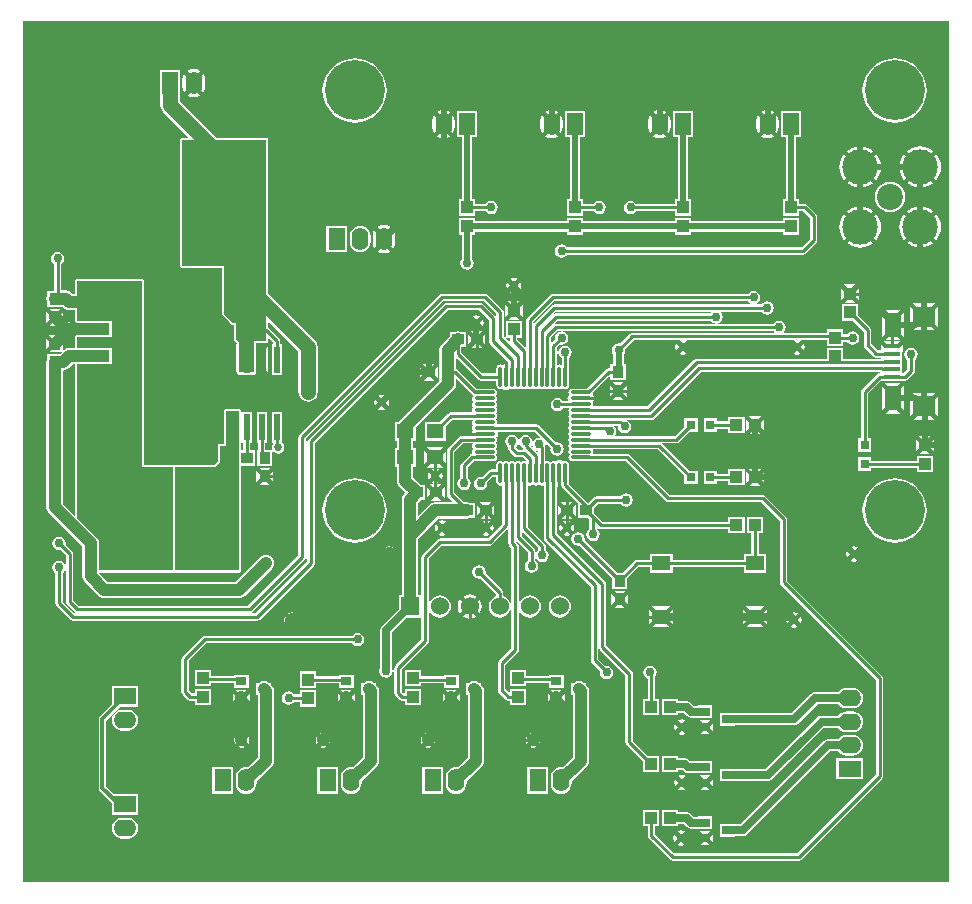
<source format=gtl>
G04 Layer_Physical_Order=1*
G04 Layer_Color=255*
%FSLAX25Y25*%
%MOIN*%
G70*
G01*
G75*
%ADD10R,0.01969X0.08661*%
%ADD11R,0.12205X0.09449*%
%ADD12R,0.07008X0.14016*%
%ADD13R,0.05906X0.09843*%
%ADD14R,0.03740X0.03937*%
%ADD15R,0.03937X0.03740*%
%ADD16R,0.16142X0.07874*%
%ADD17R,0.05315X0.01575*%
%ADD18R,0.07480X0.07087*%
%ADD19R,0.05315X0.08268*%
%ADD20R,0.05512X0.04724*%
%ADD21O,0.06890X0.01181*%
%ADD22O,0.01181X0.06890*%
%ADD23R,0.06122X0.05118*%
%ADD24R,0.03937X0.04134*%
%ADD25R,0.04134X0.03937*%
%ADD26R,0.03543X0.02756*%
%ADD27R,0.03150X0.03150*%
%ADD28R,0.03150X0.03150*%
%ADD29R,0.09449X0.03937*%
%ADD30R,0.09449X0.12598*%
%ADD31C,0.02000*%
%ADD32C,0.01000*%
%ADD33C,0.00800*%
%ADD34C,0.05000*%
%ADD35C,0.04000*%
%ADD36C,0.02500*%
%ADD37C,0.01200*%
%ADD38C,0.11811*%
%ADD39C,0.08661*%
%ADD40C,0.06000*%
%ADD41R,0.06000X0.06000*%
%ADD42R,0.05500X0.07500*%
%ADD43O,0.05500X0.07500*%
%ADD44O,0.07500X0.05500*%
%ADD45R,0.07500X0.05500*%
%ADD46C,0.03000*%
%ADD47C,0.20000*%
%ADD48C,0.02700*%
%ADD49C,0.01969*%
G36*
X308500Y0D02*
X0D01*
Y287000D01*
X308500D01*
Y0D01*
D02*
G37*
%LPC*%
G36*
X56874Y271282D02*
X55895Y271153D01*
X54983Y270776D01*
X54800Y270635D01*
X56874Y268561D01*
X58948Y270635D01*
X58765Y270776D01*
X57853Y271153D01*
X56874Y271282D01*
D02*
G37*
G36*
X60009Y269574D02*
X57404Y266970D01*
X56874Y267500D01*
X56344Y266970D01*
X53739Y269574D01*
X53598Y269391D01*
X53220Y268479D01*
X53092Y267500D01*
Y265500D01*
X53220Y264521D01*
X53598Y263609D01*
X53739Y263426D01*
X56344Y266030D01*
X56874Y265500D01*
X57404Y266030D01*
X60009Y263426D01*
X60150Y263609D01*
X60527Y264521D01*
X60656Y265500D01*
Y267500D01*
X60527Y268479D01*
X60150Y269391D01*
X60009Y269574D01*
D02*
G37*
G36*
X56874Y264439D02*
X54800Y262365D01*
X54983Y262224D01*
X55895Y261846D01*
X56874Y261718D01*
X57853Y261846D01*
X58765Y262224D01*
X58948Y262365D01*
X56874Y264439D01*
D02*
G37*
G36*
X248126Y257633D02*
X247147Y257504D01*
X246235Y257126D01*
X246052Y256985D01*
X248126Y254911D01*
X250200Y256985D01*
X250017Y257126D01*
X249105Y257504D01*
X248126Y257633D01*
D02*
G37*
G36*
X212126D02*
X211147Y257504D01*
X210235Y257126D01*
X210052Y256985D01*
X212126Y254911D01*
X214200Y256985D01*
X214017Y257126D01*
X213105Y257504D01*
X212126Y257633D01*
D02*
G37*
G36*
X176126D02*
X175147Y257504D01*
X174235Y257126D01*
X174052Y256985D01*
X176126Y254911D01*
X178200Y256985D01*
X178017Y257126D01*
X177105Y257504D01*
X176126Y257633D01*
D02*
G37*
G36*
X140126D02*
X139147Y257504D01*
X138235Y257126D01*
X138052Y256985D01*
X140126Y254911D01*
X142200Y256985D01*
X142017Y257126D01*
X141105Y257504D01*
X140126Y257633D01*
D02*
G37*
G36*
X290500Y274733D02*
X288821Y274601D01*
X287183Y274208D01*
X285627Y273563D01*
X284191Y272683D01*
X282911Y271589D01*
X281817Y270309D01*
X280937Y268873D01*
X280292Y267317D01*
X279899Y265679D01*
X279767Y264000D01*
X279899Y262321D01*
X280292Y260683D01*
X280937Y259127D01*
X281817Y257691D01*
X282911Y256411D01*
X284191Y255317D01*
X285627Y254437D01*
X287183Y253792D01*
X288821Y253399D01*
X290500Y253267D01*
X292179Y253399D01*
X293817Y253792D01*
X295373Y254437D01*
X296809Y255317D01*
X298089Y256411D01*
X299183Y257691D01*
X300063Y259127D01*
X300708Y260683D01*
X301101Y262321D01*
X301233Y264000D01*
X301101Y265679D01*
X300708Y267317D01*
X300063Y268873D01*
X299183Y270309D01*
X298089Y271589D01*
X296809Y272683D01*
X295373Y273563D01*
X293817Y274208D01*
X292179Y274601D01*
X290500Y274733D01*
D02*
G37*
G36*
X110500D02*
X108821Y274601D01*
X107183Y274208D01*
X105627Y273563D01*
X104191Y272683D01*
X102911Y271589D01*
X101817Y270309D01*
X100937Y268873D01*
X100292Y267317D01*
X99899Y265679D01*
X99767Y264000D01*
X99899Y262321D01*
X100292Y260683D01*
X100937Y259127D01*
X101817Y257691D01*
X102911Y256411D01*
X104191Y255317D01*
X105627Y254437D01*
X107183Y253792D01*
X108821Y253399D01*
X110500Y253267D01*
X112179Y253399D01*
X113817Y253792D01*
X115373Y254437D01*
X116809Y255317D01*
X118089Y256411D01*
X119183Y257691D01*
X120063Y259127D01*
X120708Y260683D01*
X121101Y262321D01*
X121233Y264000D01*
X121101Y265679D01*
X120708Y267317D01*
X120063Y268873D01*
X119183Y270309D01*
X118089Y271589D01*
X116809Y272683D01*
X115373Y273563D01*
X113817Y274208D01*
X112179Y274601D01*
X110500Y274733D01*
D02*
G37*
G36*
X244991Y255925D02*
X244850Y255742D01*
X244473Y254829D01*
X244344Y253850D01*
Y251850D01*
X244473Y250871D01*
X244850Y249959D01*
X244991Y249776D01*
X247596Y252381D01*
X248126Y251850D01*
X248656Y252381D01*
X251261Y249776D01*
X251402Y249959D01*
X251780Y250871D01*
X251908Y251850D01*
Y253850D01*
X251780Y254829D01*
X251402Y255742D01*
X251261Y255925D01*
X248656Y253320D01*
X248126Y253850D01*
X247596Y253320D01*
X244991Y255925D01*
D02*
G37*
G36*
X208991D02*
X208850Y255742D01*
X208472Y254829D01*
X208344Y253850D01*
Y251850D01*
X208472Y250871D01*
X208850Y249959D01*
X208991Y249776D01*
X211596Y252381D01*
X212126Y251850D01*
X212656Y252381D01*
X215261Y249776D01*
X215402Y249959D01*
X215779Y250871D01*
X215908Y251850D01*
Y253850D01*
X215779Y254829D01*
X215402Y255742D01*
X215261Y255925D01*
X212656Y253320D01*
X212126Y253850D01*
X211596Y253320D01*
X208991Y255925D01*
D02*
G37*
G36*
X172991D02*
X172850Y255742D01*
X172473Y254829D01*
X172344Y253850D01*
Y251850D01*
X172473Y250871D01*
X172850Y249959D01*
X172991Y249776D01*
X175596Y252381D01*
X176126Y251850D01*
X176656Y252381D01*
X179261Y249776D01*
X179402Y249959D01*
X179780Y250871D01*
X179908Y251850D01*
Y253850D01*
X179780Y254829D01*
X179402Y255742D01*
X179261Y255925D01*
X176656Y253320D01*
X176126Y253850D01*
X175596Y253320D01*
X172991Y255925D01*
D02*
G37*
G36*
X136991D02*
X136850Y255742D01*
X136472Y254829D01*
X136344Y253850D01*
Y251850D01*
X136472Y250871D01*
X136850Y249959D01*
X136991Y249776D01*
X139596Y252381D01*
X140126Y251850D01*
X140656Y252381D01*
X143261Y249776D01*
X143402Y249959D01*
X143780Y250871D01*
X143908Y251850D01*
Y253850D01*
X143780Y254829D01*
X143402Y255742D01*
X143261Y255925D01*
X140656Y253320D01*
X140126Y253850D01*
X139596Y253320D01*
X136991Y255925D01*
D02*
G37*
G36*
X248126Y250790D02*
X246052Y248715D01*
X246235Y248575D01*
X247147Y248197D01*
X248126Y248068D01*
X249105Y248197D01*
X250017Y248575D01*
X250200Y248715D01*
X248126Y250790D01*
D02*
G37*
G36*
X212126D02*
X210052Y248715D01*
X210235Y248575D01*
X211147Y248197D01*
X212126Y248068D01*
X213105Y248197D01*
X214017Y248575D01*
X214200Y248715D01*
X212126Y250790D01*
D02*
G37*
G36*
X176126D02*
X174052Y248715D01*
X174235Y248575D01*
X175147Y248197D01*
X176126Y248068D01*
X177105Y248197D01*
X178017Y248575D01*
X178200Y248715D01*
X176126Y250790D01*
D02*
G37*
G36*
X140126D02*
X138052Y248715D01*
X138235Y248575D01*
X139147Y248197D01*
X140126Y248068D01*
X141105Y248197D01*
X142017Y248575D01*
X142200Y248715D01*
X140126Y250790D01*
D02*
G37*
G36*
X299000Y245439D02*
X297646Y245306D01*
X296345Y244911D01*
X295145Y244269D01*
X294676Y243885D01*
X299000Y239561D01*
X303324Y243885D01*
X302855Y244269D01*
X301655Y244911D01*
X300354Y245306D01*
X299000Y245439D01*
D02*
G37*
G36*
X279000D02*
X277646Y245306D01*
X276345Y244911D01*
X275145Y244269D01*
X274676Y243885D01*
X279000Y239561D01*
X283324Y243885D01*
X282855Y244269D01*
X281655Y244911D01*
X280354Y245306D01*
X279000Y245439D01*
D02*
G37*
G36*
X304385Y242824D02*
X300061Y238500D01*
X304385Y234176D01*
X304769Y234645D01*
X305411Y235845D01*
X305806Y237146D01*
X305939Y238500D01*
X305806Y239854D01*
X305411Y241155D01*
X304769Y242355D01*
X304385Y242824D01*
D02*
G37*
G36*
X284385D02*
X280061Y238500D01*
X284385Y234176D01*
X284770Y234645D01*
X285411Y235845D01*
X285806Y237146D01*
X285939Y238500D01*
X285806Y239854D01*
X285411Y241155D01*
X284770Y242355D01*
X284385Y242824D01*
D02*
G37*
G36*
X293615D02*
X293231Y242355D01*
X292589Y241155D01*
X292194Y239854D01*
X292061Y238500D01*
X292194Y237146D01*
X292589Y235845D01*
X293231Y234645D01*
X293615Y234176D01*
X297939Y238500D01*
X293615Y242824D01*
D02*
G37*
G36*
X273615D02*
X273231Y242355D01*
X272589Y241155D01*
X272194Y239854D01*
X272061Y238500D01*
X272194Y237146D01*
X272589Y235845D01*
X273231Y234645D01*
X273615Y234176D01*
X277939Y238500D01*
X273615Y242824D01*
D02*
G37*
G36*
X299000Y237439D02*
X294676Y233115D01*
X295145Y232731D01*
X296345Y232089D01*
X297646Y231694D01*
X299000Y231561D01*
X300354Y231694D01*
X301655Y232089D01*
X302855Y232731D01*
X303324Y233115D01*
X299000Y237439D01*
D02*
G37*
G36*
X279000D02*
X274676Y233115D01*
X275145Y232731D01*
X276345Y232089D01*
X277646Y231694D01*
X279000Y231561D01*
X280354Y231694D01*
X281655Y232089D01*
X282855Y232731D01*
X283324Y233115D01*
X279000Y237439D01*
D02*
G37*
G36*
X223450Y257300D02*
X216550D01*
Y248400D01*
X218267D01*
Y227767D01*
X217332D01*
Y226223D01*
X204328D01*
X204086Y226586D01*
X203358Y227072D01*
X202500Y227243D01*
X201642Y227072D01*
X200914Y226586D01*
X200428Y225858D01*
X200257Y225000D01*
X200428Y224142D01*
X200914Y223414D01*
X201642Y222928D01*
X202500Y222757D01*
X203358Y222928D01*
X204086Y223414D01*
X204328Y223777D01*
X217332D01*
Y222233D01*
X222669D01*
Y227767D01*
X221733D01*
Y248400D01*
X223450D01*
Y257300D01*
D02*
G37*
G36*
X289000Y233574D02*
X287687Y233401D01*
X286463Y232894D01*
X285412Y232088D01*
X284606Y231037D01*
X284099Y229813D01*
X283926Y228500D01*
X284099Y227187D01*
X284606Y225963D01*
X285412Y224912D01*
X286463Y224106D01*
X287687Y223599D01*
X289000Y223426D01*
X290313Y223599D01*
X291537Y224106D01*
X292588Y224912D01*
X293394Y225963D01*
X293901Y227187D01*
X294074Y228500D01*
X293901Y229813D01*
X293394Y231037D01*
X292588Y232088D01*
X291537Y232894D01*
X290313Y233401D01*
X289000Y233574D01*
D02*
G37*
G36*
X187450Y257300D02*
X180550D01*
Y248400D01*
X182267D01*
Y227767D01*
X181332D01*
Y222233D01*
X186669D01*
Y223777D01*
X190172D01*
X190414Y223414D01*
X191142Y222928D01*
X192000Y222757D01*
X192858Y222928D01*
X193586Y223414D01*
X194072Y224142D01*
X194243Y225000D01*
X194072Y225858D01*
X193586Y226586D01*
X192858Y227072D01*
X192000Y227243D01*
X191142Y227072D01*
X190414Y226586D01*
X190172Y226223D01*
X186669D01*
Y227767D01*
X185733D01*
Y248400D01*
X187450D01*
Y257300D01*
D02*
G37*
G36*
X151450D02*
X144550D01*
Y248400D01*
X146267D01*
Y227767D01*
X145332D01*
Y222233D01*
X150669D01*
Y223777D01*
X154172D01*
X154414Y223414D01*
X155142Y222928D01*
X156000Y222757D01*
X156858Y222928D01*
X157586Y223414D01*
X158072Y224142D01*
X158243Y225000D01*
X158072Y225858D01*
X157586Y226586D01*
X156858Y227072D01*
X156000Y227243D01*
X155142Y227072D01*
X154414Y226586D01*
X154172Y226223D01*
X150669D01*
Y227767D01*
X149733D01*
Y248400D01*
X151450D01*
Y257300D01*
D02*
G37*
G36*
X258668Y221468D02*
X253331D01*
Y220434D01*
X222669D01*
Y221468D01*
X217332D01*
Y220434D01*
X186669D01*
Y221468D01*
X181332D01*
Y220434D01*
X150669D01*
Y221468D01*
X145332D01*
Y215934D01*
X146267D01*
Y207866D01*
X145928Y207358D01*
X145757Y206500D01*
X145928Y205642D01*
X146414Y204914D01*
X147142Y204428D01*
X148000Y204257D01*
X148858Y204428D01*
X149586Y204914D01*
X150072Y205642D01*
X150243Y206500D01*
X150072Y207358D01*
X149733Y207866D01*
Y215934D01*
X150669D01*
Y216968D01*
X181332D01*
Y215934D01*
X186669D01*
Y216968D01*
X217332D01*
Y215934D01*
X222669D01*
Y216968D01*
X253331D01*
Y215934D01*
X258668D01*
Y221468D01*
D02*
G37*
G36*
X299000Y225439D02*
X297646Y225306D01*
X296345Y224911D01*
X295145Y224270D01*
X294676Y223885D01*
X299000Y219561D01*
X303324Y223885D01*
X302855Y224270D01*
X301655Y224911D01*
X300354Y225306D01*
X299000Y225439D01*
D02*
G37*
G36*
X279000D02*
X277646Y225306D01*
X276345Y224911D01*
X275145Y224270D01*
X274676Y223885D01*
X279000Y219561D01*
X283324Y223885D01*
X282855Y224270D01*
X281655Y224911D01*
X280354Y225306D01*
X279000Y225439D01*
D02*
G37*
G36*
X120248Y219282D02*
X119269Y219153D01*
X118357Y218776D01*
X118174Y218635D01*
X120248Y216561D01*
X122322Y218635D01*
X122139Y218776D01*
X121227Y219153D01*
X120248Y219282D01*
D02*
G37*
G36*
X123383Y217574D02*
X120778Y214970D01*
X120248Y215500D01*
X119718Y214970D01*
X117113Y217574D01*
X116972Y217391D01*
X116595Y216479D01*
X116466Y215500D01*
Y213500D01*
X116595Y212521D01*
X116972Y211609D01*
X117113Y211426D01*
X119718Y214030D01*
X120248Y213500D01*
X120778Y214030D01*
X123383Y211426D01*
X123524Y211609D01*
X123901Y212521D01*
X124030Y213500D01*
Y215500D01*
X123901Y216479D01*
X123524Y217391D01*
X123383Y217574D01*
D02*
G37*
G36*
X304385Y222824D02*
X300061Y218500D01*
X304385Y214176D01*
X304769Y214645D01*
X305411Y215845D01*
X305806Y217146D01*
X305939Y218500D01*
X305806Y219854D01*
X305411Y221155D01*
X304769Y222355D01*
X304385Y222824D01*
D02*
G37*
G36*
X284385D02*
X280061Y218500D01*
X284385Y214176D01*
X284770Y214645D01*
X285411Y215845D01*
X285806Y217146D01*
X285939Y218500D01*
X285806Y219854D01*
X285411Y221155D01*
X284770Y222355D01*
X284385Y222824D01*
D02*
G37*
G36*
X293615D02*
X293231Y222355D01*
X292589Y221155D01*
X292194Y219854D01*
X292061Y218500D01*
X292194Y217146D01*
X292589Y215845D01*
X293231Y214645D01*
X293615Y214176D01*
X297939Y218500D01*
X293615Y222824D01*
D02*
G37*
G36*
X273615D02*
X273231Y222355D01*
X272589Y221155D01*
X272194Y219854D01*
X272061Y218500D01*
X272194Y217146D01*
X272589Y215845D01*
X273231Y214645D01*
X273615Y214176D01*
X277939Y218500D01*
X273615Y222824D01*
D02*
G37*
G36*
X259450Y257300D02*
X252550D01*
Y248400D01*
X254267D01*
Y227767D01*
X253331D01*
Y222233D01*
X258668D01*
Y223777D01*
X259993D01*
X262277Y221493D01*
Y214507D01*
X259493Y211723D01*
X181328D01*
X181086Y212086D01*
X180358Y212572D01*
X179500Y212743D01*
X178642Y212572D01*
X177914Y212086D01*
X177428Y211358D01*
X177257Y210500D01*
X177428Y209642D01*
X177914Y208914D01*
X178642Y208428D01*
X179500Y208257D01*
X180358Y208428D01*
X181086Y208914D01*
X181328Y209277D01*
X260000D01*
X260468Y209370D01*
X260865Y209635D01*
X264365Y213135D01*
X264630Y213532D01*
X264723Y214000D01*
Y222000D01*
X264630Y222468D01*
X264365Y222865D01*
X261365Y225865D01*
X260968Y226130D01*
X260500Y226223D01*
X258668D01*
Y227767D01*
X257733D01*
Y248400D01*
X259450D01*
Y257300D01*
D02*
G37*
G36*
X299000Y217439D02*
X294676Y213115D01*
X295145Y212731D01*
X296345Y212089D01*
X297646Y211694D01*
X299000Y211561D01*
X300354Y211694D01*
X301655Y212089D01*
X302855Y212731D01*
X303324Y213115D01*
X299000Y217439D01*
D02*
G37*
G36*
X279000D02*
X274676Y213115D01*
X275145Y212731D01*
X276345Y212089D01*
X277646Y211694D01*
X279000Y211561D01*
X280354Y211694D01*
X281655Y212089D01*
X282855Y212731D01*
X283324Y213115D01*
X279000Y217439D01*
D02*
G37*
G36*
X107950Y218950D02*
X101050D01*
Y210050D01*
X107950D01*
Y218950D01*
D02*
G37*
G36*
X112374Y218980D02*
X111473Y218861D01*
X110634Y218514D01*
X109913Y217961D01*
X109360Y217240D01*
X109013Y216401D01*
X108894Y215500D01*
Y213500D01*
X109013Y212599D01*
X109360Y211760D01*
X109913Y211039D01*
X110634Y210486D01*
X111473Y210139D01*
X112374Y210020D01*
X113275Y210139D01*
X114114Y210486D01*
X114835Y211039D01*
X115388Y211760D01*
X115735Y212599D01*
X115854Y213500D01*
Y215500D01*
X115735Y216401D01*
X115388Y217240D01*
X114835Y217961D01*
X114114Y218514D01*
X113275Y218861D01*
X112374Y218980D01*
D02*
G37*
G36*
X120248Y212439D02*
X118174Y210365D01*
X118357Y210224D01*
X119269Y209846D01*
X120248Y209718D01*
X121227Y209846D01*
X122139Y210224D01*
X122322Y210365D01*
X120248Y212439D01*
D02*
G37*
G36*
X163500Y201549D02*
X162524Y201355D01*
X162333Y201227D01*
X163500Y200061D01*
X164667Y201227D01*
X164476Y201355D01*
X163500Y201549D01*
D02*
G37*
G36*
X165727Y200167D02*
X164561Y199000D01*
X165727Y197833D01*
X165855Y198024D01*
X166049Y199000D01*
X165855Y199976D01*
X165727Y200167D01*
D02*
G37*
G36*
X161273Y200167D02*
X161145Y199976D01*
X160951Y199000D01*
X161145Y198024D01*
X161273Y197833D01*
X162439Y199000D01*
X161273Y200167D01*
D02*
G37*
G36*
X277408Y199366D02*
X273592D01*
X275500Y197458D01*
X277408Y199366D01*
D02*
G37*
G36*
X163500Y197939D02*
X162333Y196773D01*
X162524Y196645D01*
X163500Y196451D01*
X164476Y196645D01*
X164667Y196773D01*
X163500Y197939D01*
D02*
G37*
G36*
X275500Y196398D02*
X275402Y196299D01*
X275500Y196201D01*
X275598Y196299D01*
X275500Y196398D01*
D02*
G37*
G36*
X272532Y198305D02*
Y194293D01*
X274538Y196299D01*
X272532Y198305D01*
D02*
G37*
G36*
X278468Y198305D02*
X276462Y196299D01*
X278468Y194293D01*
Y198305D01*
D02*
G37*
G36*
X275500Y195140D02*
X273592Y193232D01*
X277408D01*
X275500Y195140D01*
D02*
G37*
G36*
X165408Y193717D02*
X161592D01*
X163500Y191809D01*
X165408Y193717D01*
D02*
G37*
G36*
X163500Y190748D02*
X163402Y190650D01*
X163500Y190551D01*
X163598Y190650D01*
X163500Y190748D01*
D02*
G37*
G36*
X12309Y191319D02*
X8691D01*
X10500Y189509D01*
X12309Y191319D01*
D02*
G37*
G36*
X303969Y193154D02*
X296609D01*
X300289Y189474D01*
X303969Y193154D01*
D02*
G37*
G36*
X160531Y192656D02*
Y188643D01*
X162538Y190650D01*
X160531Y192656D01*
D02*
G37*
G36*
X166469Y192656D02*
X164462Y190650D01*
X166469Y188643D01*
Y192656D01*
D02*
G37*
G36*
X300289Y188807D02*
X300092Y188610D01*
X300289Y188413D01*
X300486Y188610D01*
X300289Y188807D01*
D02*
G37*
G36*
X292453Y190988D02*
X287259D01*
X289856Y188391D01*
X292453Y190988D01*
D02*
G37*
G36*
X163500Y189490D02*
X161592Y187583D01*
X165408D01*
X163500Y189490D01*
D02*
G37*
G36*
X151000Y189049D02*
X150024Y188855D01*
X149833Y188727D01*
X151000Y187561D01*
X152167Y188727D01*
X151976Y188855D01*
X151000Y189049D01*
D02*
G37*
G36*
X293513Y189928D02*
X290386Y186801D01*
X289856Y187331D01*
X289326Y186801D01*
X286198Y189928D01*
Y181781D01*
X289326Y184908D01*
X289856Y184378D01*
X290386Y184908D01*
X293513Y181781D01*
Y189928D01*
D02*
G37*
G36*
X7630Y190258D02*
Y186443D01*
X9538Y188350D01*
X7630Y190258D01*
D02*
G37*
G36*
X153227Y187667D02*
X152061Y186500D01*
X153227Y185333D01*
X153355Y185524D01*
X153549Y186500D01*
X153355Y187476D01*
X153227Y187667D01*
D02*
G37*
G36*
X148773Y187667D02*
X148645Y187476D01*
X148451Y186500D01*
X148645Y185524D01*
X148773Y185333D01*
X149939Y186500D01*
X148773Y187667D01*
D02*
G37*
G36*
X295549Y192093D02*
Y185128D01*
X299031Y188610D01*
X295549Y192093D01*
D02*
G37*
G36*
X305029Y192093D02*
X301547Y188610D01*
X305029Y185128D01*
Y192093D01*
D02*
G37*
G36*
X300289Y187746D02*
X296609Y184067D01*
X303969D01*
X300289Y187746D01*
D02*
G37*
G36*
X151000Y185439D02*
X149833Y184273D01*
X150024Y184145D01*
X151000Y183951D01*
X151976Y184145D01*
X152167Y184273D01*
X151000Y185439D01*
D02*
G37*
G36*
X16578Y185667D02*
X15411Y184500D01*
X16578Y183333D01*
X16705Y183525D01*
X16899Y184500D01*
X16705Y185476D01*
X16578Y185667D01*
D02*
G37*
G36*
X153057Y183870D02*
X149242D01*
X151150Y181962D01*
X153057Y183870D01*
D02*
G37*
G36*
X11500Y210243D02*
X10642Y210072D01*
X9914Y209586D01*
X9428Y208858D01*
X9257Y208000D01*
X9428Y207142D01*
X9914Y206414D01*
X10277Y206172D01*
Y197344D01*
X10084Y197318D01*
X7930D01*
Y195500D01*
X7869Y195354D01*
X7777Y194650D01*
X7869Y193945D01*
X7930Y193799D01*
Y191981D01*
X10084D01*
X10500Y191926D01*
X13222D01*
X13519Y191630D01*
X14083Y191197D01*
X14740Y190925D01*
X15445Y190832D01*
X17286D01*
Y187223D01*
X17341Y186950D01*
X17495Y186719D01*
X17727Y186564D01*
X18000Y186510D01*
X18358D01*
Y182490D01*
X18000D01*
X17727Y182436D01*
X17495Y182281D01*
X17341Y182050D01*
X17286Y181777D01*
Y178168D01*
X15445D01*
X14740Y178075D01*
X14083Y177803D01*
X13519Y177371D01*
X13370Y177221D01*
Y182148D01*
X13375Y182145D01*
X14350Y181951D01*
X15326Y182145D01*
X15517Y182273D01*
X13820Y183970D01*
X14350Y184500D01*
X13820Y185030D01*
X15517Y186727D01*
X15326Y186855D01*
X14350Y187049D01*
X13375Y186855D01*
X13370Y186852D01*
Y190258D01*
X11030Y187918D01*
X10500Y188449D01*
X10402Y188350D01*
X11030Y187722D01*
X8691Y185382D01*
X11977D01*
X11801Y184500D01*
X11995Y183525D01*
X12548Y182698D01*
X12667Y182618D01*
X8691D01*
X11030Y180278D01*
X10402Y179650D01*
X11030Y179021D01*
X8691Y176681D01*
X12830D01*
X12222Y176074D01*
X10500D01*
X10084Y176019D01*
X7930D01*
Y174201D01*
X7869Y174055D01*
X7777Y173350D01*
Y125000D01*
X7869Y124295D01*
X8141Y123638D01*
X8574Y123074D01*
X19777Y111872D01*
Y102000D01*
X19870Y101295D01*
X20142Y100638D01*
X20574Y100074D01*
X25074Y95574D01*
X25638Y95142D01*
X26295Y94870D01*
X27000Y94777D01*
X72000D01*
X72705Y94870D01*
X73362Y95142D01*
X73926Y95574D01*
X82926Y104574D01*
X83359Y105138D01*
X83631Y105795D01*
X83723Y106500D01*
X83631Y107205D01*
X83359Y107862D01*
X82926Y108426D01*
X82362Y108858D01*
X81705Y109131D01*
X81000Y109223D01*
X80295Y109131D01*
X79638Y108858D01*
X79074Y108426D01*
X70872Y100223D01*
X28128D01*
X25223Y103128D01*
Y103286D01*
X49786D01*
X50059Y103341D01*
X50143Y103397D01*
X50227Y103341D01*
X50500Y103286D01*
X72000D01*
X72273Y103341D01*
X72505Y103495D01*
X72659Y103727D01*
X72714Y104000D01*
Y138930D01*
X77318D01*
Y144070D01*
X75723D01*
Y146651D01*
X76184D01*
Y156712D01*
X72816D01*
Y146651D01*
X73277D01*
Y144070D01*
X72714D01*
Y157000D01*
X72659Y157273D01*
X72658Y157276D01*
X72505Y157505D01*
X72273Y157659D01*
X72000Y157714D01*
X67500D01*
X67227Y157659D01*
X66995Y157505D01*
X66841Y157273D01*
X66786Y157000D01*
Y146214D01*
X65500D01*
X65227Y146159D01*
X64995Y146005D01*
X64841Y145773D01*
X64786Y145500D01*
Y140296D01*
X63991Y139500D01*
X63704Y139214D01*
X50500D01*
X50227Y139159D01*
X50143Y139103D01*
X50059Y139159D01*
X49786Y139214D01*
X40214D01*
Y139500D01*
Y200500D01*
X40159Y200773D01*
X40005Y201005D01*
X39773Y201159D01*
X39500Y201214D01*
X18000D01*
X17727Y201159D01*
X17495Y201005D01*
X17341Y200773D01*
X17286Y200500D01*
Y196279D01*
X16573D01*
X16276Y196575D01*
X15712Y197008D01*
X15055Y197280D01*
X14350Y197373D01*
X12723D01*
Y206172D01*
X13086Y206414D01*
X13572Y207142D01*
X13743Y208000D01*
X13572Y208858D01*
X13086Y209586D01*
X12358Y210072D01*
X11500Y210243D01*
D02*
G37*
G36*
X151150Y181098D02*
X151051Y181000D01*
X151150Y180902D01*
X151248Y181000D01*
X151150Y181098D01*
D02*
G37*
G36*
X289856Y183317D02*
X287259Y180720D01*
X292453D01*
X289856Y183317D01*
D02*
G37*
G36*
X154118Y182809D02*
X152309Y181000D01*
X154118Y179191D01*
Y182809D01*
D02*
G37*
G36*
X148181Y182809D02*
Y179191D01*
X149990Y181000D01*
X148181Y182809D01*
D02*
G37*
G36*
X151150Y180038D02*
X149242Y178130D01*
X153057D01*
X151150Y180038D01*
D02*
G37*
G36*
X243500Y197243D02*
X242642Y197072D01*
X241914Y196586D01*
X241672Y196223D01*
X176500D01*
X176032Y196130D01*
X175635Y195865D01*
X168001Y188231D01*
X167736Y187834D01*
X167643Y187366D01*
Y178088D01*
X164724Y181007D01*
Y181583D01*
X166168D01*
Y187117D01*
X160831D01*
Y181583D01*
X162276D01*
Y180500D01*
X162370Y180032D01*
X162635Y179635D01*
X165627Y176643D01*
Y176603D01*
X160223Y182007D01*
Y190000D01*
X160130Y190468D01*
X159865Y190865D01*
X154865Y195865D01*
X154468Y196130D01*
X154000Y196223D01*
X139500D01*
X139032Y196130D01*
X138635Y195865D01*
X92135Y149365D01*
X91870Y148968D01*
X91777Y148500D01*
Y109007D01*
X74993Y92224D01*
X18507D01*
X16724Y94007D01*
Y109500D01*
X16630Y109968D01*
X16365Y110365D01*
X14158Y112572D01*
X14243Y113000D01*
X14072Y113858D01*
X13586Y114586D01*
X12858Y115072D01*
X12000Y115243D01*
X11142Y115072D01*
X10414Y114586D01*
X9928Y113858D01*
X9757Y113000D01*
X9928Y112142D01*
X10414Y111414D01*
X11142Y110928D01*
X12000Y110757D01*
X12428Y110842D01*
X14277Y108993D01*
Y93500D01*
X14370Y93032D01*
X14635Y92635D01*
X17135Y90135D01*
X17532Y89870D01*
X18000Y89776D01*
X75500D01*
X75968Y89870D01*
X76365Y90135D01*
X93865Y107635D01*
X94130Y108032D01*
X94223Y108500D01*
Y147993D01*
X140007Y193777D01*
X153493D01*
X157776Y189493D01*
Y181500D01*
X157870Y181032D01*
X158135Y180635D01*
X163706Y175064D01*
Y175025D01*
X157723Y181007D01*
Y188000D01*
X157630Y188468D01*
X157365Y188865D01*
X153365Y192865D01*
X152968Y193130D01*
X152500Y193224D01*
X141000D01*
X140532Y193130D01*
X140135Y192865D01*
X95135Y147865D01*
X94870Y147468D01*
X94776Y147000D01*
Y107007D01*
X77493Y89723D01*
X17007D01*
X13224Y93507D01*
Y103172D01*
X13586Y103414D01*
X14072Y104142D01*
X14243Y105000D01*
X14072Y105858D01*
X13586Y106586D01*
X12858Y107072D01*
X12000Y107243D01*
X11142Y107072D01*
X10414Y106586D01*
X9928Y105858D01*
X9757Y105000D01*
X9928Y104142D01*
X10414Y103414D01*
X10776Y103172D01*
Y93000D01*
X10870Y92532D01*
X11135Y92135D01*
X15635Y87635D01*
X16032Y87370D01*
X16500Y87277D01*
X78000D01*
X78468Y87370D01*
X78865Y87635D01*
X96865Y105635D01*
X97130Y106032D01*
X97224Y106500D01*
Y146493D01*
X141507Y190777D01*
X151993D01*
X155277Y187493D01*
Y180500D01*
X155370Y180032D01*
X155635Y179635D01*
X161737Y173533D01*
Y172813D01*
X161613Y172896D01*
X160992Y173019D01*
X160372Y172896D01*
X159845Y172545D01*
X159779Y172445D01*
X159527Y172613D01*
X159024Y172714D01*
X158520Y172613D01*
X158093Y172328D01*
X157808Y171901D01*
X157708Y171398D01*
Y169767D01*
X152963D01*
X146074Y176656D01*
Y178372D01*
X146132Y178430D01*
X147519D01*
Y180584D01*
X147574Y181000D01*
X147519Y181416D01*
Y183570D01*
X145701D01*
X145555Y183631D01*
X144850Y183723D01*
X144146Y183631D01*
X144000Y183570D01*
X142182D01*
Y182183D01*
X139574Y179575D01*
X139142Y179011D01*
X138870Y178354D01*
X138777Y177650D01*
Y174000D01*
Y170000D01*
Y167128D01*
X125425Y153776D01*
X125131Y153393D01*
X123895D01*
Y147269D01*
X124627D01*
Y144731D01*
X123895D01*
Y138607D01*
X124627D01*
Y133850D01*
X124720Y133146D01*
X124992Y132489D01*
X125425Y131925D01*
X127349Y130000D01*
X126925Y129575D01*
X126492Y129011D01*
X126220Y128354D01*
X126127Y127650D01*
Y115500D01*
Y95700D01*
X125150D01*
Y91112D01*
X119594Y85555D01*
X119163Y84911D01*
X119012Y84150D01*
Y71484D01*
X118928Y71358D01*
X118757Y70500D01*
X118928Y69642D01*
X119414Y68914D01*
X120142Y68428D01*
X121000Y68257D01*
X121858Y68428D01*
X122586Y68914D01*
X123072Y69642D01*
X123243Y70500D01*
X123072Y71358D01*
X122988Y71484D01*
Y83326D01*
X127962Y88300D01*
X132550D01*
Y95700D01*
X131574D01*
Y114372D01*
X138478Y121277D01*
X147850D01*
X148555Y121370D01*
X148701Y121430D01*
X150519D01*
Y123584D01*
X150574Y124000D01*
X150519Y124416D01*
Y126570D01*
X148701D01*
X148555Y126630D01*
X147850Y126723D01*
X146857D01*
X143723Y129857D01*
Y143493D01*
X146586Y146355D01*
X149898D01*
X149737Y146114D01*
X149637Y145610D01*
X149737Y145107D01*
X150022Y144680D01*
X150103Y144626D01*
X150022Y144572D01*
X149737Y144145D01*
X149637Y143642D01*
X149737Y143138D01*
X149898Y142897D01*
X149673D01*
X149205Y142804D01*
X149046Y142697D01*
X148808Y142538D01*
X146135Y139865D01*
X145870Y139468D01*
X145776Y139000D01*
Y134828D01*
X145414Y134586D01*
X144928Y133858D01*
X144757Y133000D01*
X144928Y132142D01*
X145414Y131414D01*
X146142Y130928D01*
X147000Y130757D01*
X147858Y130928D01*
X148586Y131414D01*
X149072Y132142D01*
X149243Y133000D01*
X149072Y133858D01*
X148586Y134586D01*
X148223Y134828D01*
Y138493D01*
X150180Y140450D01*
X150488D01*
X150953Y140357D01*
X156661D01*
X157165Y140457D01*
X157592Y140743D01*
X157877Y141170D01*
X157977Y141673D01*
X157877Y142177D01*
X157592Y142604D01*
X157511Y142657D01*
X157592Y142711D01*
X157877Y143138D01*
X157977Y143642D01*
X157877Y144145D01*
X157592Y144572D01*
X157511Y144626D01*
X157592Y144680D01*
X157877Y145107D01*
X157977Y145610D01*
X157877Y146114D01*
X157592Y146541D01*
X157511Y146595D01*
X157592Y146648D01*
X157877Y147075D01*
X157977Y147579D01*
X157877Y148082D01*
X157709Y148334D01*
X157808Y148400D01*
X158160Y148927D01*
X158283Y149547D01*
X158160Y150168D01*
X158076Y150292D01*
X170477D01*
X172657Y148112D01*
X172000Y148243D01*
X171142Y148072D01*
X170414Y147586D01*
X169928Y146858D01*
X169757Y146000D01*
X169928Y145142D01*
X170414Y144414D01*
X171142Y143928D01*
X171580Y143841D01*
Y143151D01*
X169178Y145552D01*
X169572Y146142D01*
X169743Y147000D01*
X169572Y147858D01*
X169086Y148586D01*
X168358Y149072D01*
X167500Y149243D01*
X166642Y149072D01*
X165914Y148586D01*
X165428Y147858D01*
X165257Y147000D01*
X165428Y146142D01*
X165914Y145414D01*
X166352Y145121D01*
X166370Y145032D01*
X166635Y144635D01*
X167058Y144212D01*
X167000Y144223D01*
X165007D01*
X164224Y145007D01*
Y145172D01*
X164586Y145414D01*
X165072Y146142D01*
X165243Y147000D01*
X165072Y147858D01*
X164586Y148586D01*
X163858Y149072D01*
X163000Y149243D01*
X162142Y149072D01*
X161414Y148586D01*
X160928Y147858D01*
X160757Y147000D01*
X160928Y146142D01*
X161414Y145414D01*
X161776Y145172D01*
Y144500D01*
X161870Y144032D01*
X162135Y143635D01*
X163635Y142135D01*
X164032Y141870D01*
X164500Y141777D01*
X166493D01*
X167643Y140627D01*
Y140365D01*
X167401Y140527D01*
X166898Y140627D01*
X166394Y140527D01*
X165967Y140242D01*
X165913Y140161D01*
X165860Y140242D01*
X165433Y140527D01*
X164929Y140627D01*
X164426Y140527D01*
X163999Y140242D01*
X163945Y140161D01*
X163891Y140242D01*
X163464Y140527D01*
X162961Y140627D01*
X162457Y140527D01*
X162030Y140242D01*
X161976Y140161D01*
X161923Y140242D01*
X161496Y140527D01*
X160992Y140627D01*
X160489Y140527D01*
X160062Y140242D01*
X160008Y140161D01*
X159954Y140242D01*
X159527Y140527D01*
X159024Y140627D01*
X158520Y140527D01*
X158093Y140242D01*
X157808Y139815D01*
X157708Y139311D01*
Y137680D01*
X155957D01*
X155489Y137587D01*
X155092Y137322D01*
X152928Y135158D01*
X152500Y135243D01*
X151642Y135072D01*
X150914Y134586D01*
X150428Y133858D01*
X150257Y133000D01*
X150428Y132142D01*
X150914Y131414D01*
X151642Y130928D01*
X152500Y130757D01*
X153358Y130928D01*
X154086Y131414D01*
X154572Y132142D01*
X154743Y133000D01*
X154658Y133428D01*
X156464Y135233D01*
X157708D01*
Y133602D01*
X157808Y133099D01*
X158093Y132672D01*
X158520Y132387D01*
X159024Y132287D01*
X159527Y132387D01*
X159769Y132548D01*
Y119499D01*
X154993Y114724D01*
X139000D01*
X138532Y114630D01*
X138135Y114365D01*
X133135Y109365D01*
X132870Y108968D01*
X132776Y108500D01*
Y81007D01*
X124135Y72365D01*
X123870Y71968D01*
X123776Y71500D01*
Y63000D01*
X123870Y62532D01*
X124135Y62135D01*
X125284Y60985D01*
X125681Y60720D01*
X126150Y60627D01*
X127331D01*
Y59083D01*
X132668D01*
Y64617D01*
X127331D01*
Y63074D01*
X126656D01*
X126224Y63507D01*
Y70993D01*
X134865Y79635D01*
X135130Y80032D01*
X135223Y80500D01*
Y91202D01*
X135246Y91034D01*
X135618Y90134D01*
X136212Y89361D01*
X136984Y88768D01*
X137884Y88395D01*
X138850Y88268D01*
X139816Y88395D01*
X140716Y88768D01*
X141489Y89361D01*
X142082Y90134D01*
X142455Y91034D01*
X142582Y92000D01*
X142455Y92966D01*
X142082Y93866D01*
X141489Y94639D01*
X140716Y95232D01*
X139816Y95605D01*
X138850Y95732D01*
X137884Y95605D01*
X136984Y95232D01*
X136212Y94639D01*
X135618Y93866D01*
X135246Y92966D01*
X135223Y92798D01*
Y107993D01*
X139507Y112276D01*
X155500D01*
X155968Y112370D01*
X156365Y112635D01*
X161737Y118007D01*
Y113039D01*
X161830Y112571D01*
X162095Y112174D01*
X162777Y111493D01*
Y78007D01*
X158635Y73865D01*
X158370Y73468D01*
X158276Y73000D01*
Y64000D01*
X158370Y63532D01*
X158635Y63135D01*
X160784Y60985D01*
X161181Y60720D01*
X161650Y60627D01*
X162331D01*
Y59083D01*
X167668D01*
Y64617D01*
X162331D01*
Y63074D01*
X162156D01*
X160723Y64507D01*
Y72493D01*
X164865Y76635D01*
X165130Y77032D01*
X165224Y77500D01*
Y91202D01*
X165246Y91034D01*
X165619Y90134D01*
X166211Y89361D01*
X166984Y88768D01*
X167885Y88395D01*
X168850Y88268D01*
X169816Y88395D01*
X170716Y88768D01*
X171489Y89361D01*
X172082Y90134D01*
X172455Y91034D01*
X172582Y92000D01*
X172455Y92966D01*
X172082Y93866D01*
X171489Y94639D01*
X170716Y95232D01*
X169816Y95605D01*
X168850Y95732D01*
X167885Y95605D01*
X166984Y95232D01*
X166211Y94639D01*
X165619Y93866D01*
X165246Y92966D01*
X165224Y92798D01*
Y112000D01*
X165130Y112468D01*
X164865Y112865D01*
X164184Y113546D01*
Y114086D01*
X168277Y109993D01*
Y107328D01*
X167914Y107086D01*
X167428Y106358D01*
X167257Y105500D01*
X167428Y104642D01*
X167914Y103914D01*
X168642Y103428D01*
X169500Y103257D01*
X170358Y103428D01*
X171086Y103914D01*
X171572Y104642D01*
X171743Y105500D01*
X171572Y106358D01*
X171086Y107086D01*
X170723Y107328D01*
Y110500D01*
X170630Y110968D01*
X170365Y111365D01*
X166153Y115578D01*
Y117117D01*
X171776Y111493D01*
Y110828D01*
X171414Y110586D01*
X170928Y109858D01*
X170757Y109000D01*
X170928Y108142D01*
X171414Y107414D01*
X172142Y106928D01*
X173000Y106757D01*
X173858Y106928D01*
X174586Y107414D01*
X175072Y108142D01*
X175243Y109000D01*
X175072Y109858D01*
X174586Y110586D01*
X174223Y110828D01*
Y112000D01*
X174130Y112468D01*
X173865Y112865D01*
X168121Y118609D01*
Y132548D01*
X168363Y132387D01*
X168866Y132287D01*
X169370Y132387D01*
X169797Y132672D01*
X169850Y132753D01*
X169904Y132672D01*
X170331Y132387D01*
X170835Y132287D01*
X171338Y132387D01*
X171765Y132672D01*
X171819Y132753D01*
X171873Y132672D01*
X172300Y132387D01*
X172803Y132287D01*
X173307Y132387D01*
X173548Y132548D01*
Y114728D01*
X173641Y114260D01*
X173906Y113863D01*
X189277Y98493D01*
Y74000D01*
X189370Y73532D01*
X189635Y73135D01*
X192342Y70428D01*
X192257Y70000D01*
X192428Y69142D01*
X192914Y68414D01*
X193642Y67928D01*
X194500Y67757D01*
X195358Y67928D01*
X196086Y68414D01*
X196572Y69142D01*
X196743Y70000D01*
X196572Y70858D01*
X196086Y71586D01*
X195358Y72072D01*
X194500Y72243D01*
X194072Y72158D01*
X191724Y74507D01*
Y99000D01*
X191712Y99058D01*
X191777Y98993D01*
Y78500D01*
X191870Y78032D01*
X192135Y77635D01*
X200777Y68993D01*
Y46728D01*
X200870Y46260D01*
X201135Y45863D01*
X206583Y40415D01*
Y36709D01*
X212117D01*
Y42046D01*
X208412D01*
X203223Y47235D01*
Y69500D01*
X203130Y69968D01*
X202865Y70365D01*
X194223Y79007D01*
Y99500D01*
X194130Y99968D01*
X193865Y100365D01*
X177964Y116267D01*
Y132187D01*
X178088Y132104D01*
X178709Y131981D01*
X179329Y132104D01*
X179478Y132203D01*
X179547Y131855D01*
X179812Y131458D01*
X184832Y126438D01*
Y121430D01*
X188340D01*
X188777Y120993D01*
Y117828D01*
X188414Y117586D01*
X187928Y116858D01*
X187757Y116000D01*
X187928Y115142D01*
X188414Y114414D01*
X189142Y113928D01*
X190000Y113757D01*
X190858Y113928D01*
X191586Y114414D01*
X192072Y115142D01*
X192243Y116000D01*
X192072Y116858D01*
X191586Y117586D01*
X191224Y117828D01*
Y118546D01*
X191635Y118135D01*
X192032Y117870D01*
X192500Y117777D01*
X234934D01*
Y116332D01*
X240468D01*
Y121669D01*
X234934D01*
Y120223D01*
X193007D01*
X190168Y123062D01*
Y124938D01*
X191507Y126277D01*
X199172D01*
X199414Y125914D01*
X200142Y125428D01*
X201000Y125257D01*
X201858Y125428D01*
X202586Y125914D01*
X203072Y126642D01*
X203243Y127500D01*
X203072Y128358D01*
X202586Y129086D01*
X201858Y129572D01*
X201000Y129743D01*
X200142Y129572D01*
X199414Y129086D01*
X199172Y128724D01*
X191000D01*
X190532Y128630D01*
X190135Y128365D01*
X188340Y126570D01*
X188160D01*
X181901Y132830D01*
Y133138D01*
X181993Y133602D01*
Y139311D01*
X181893Y139815D01*
X181608Y140242D01*
X181181Y140527D01*
X180677Y140627D01*
X180174Y140527D01*
X179922Y140358D01*
X179855Y140458D01*
X179329Y140809D01*
X178709Y140933D01*
X178088Y140809D01*
X177562Y140458D01*
X177496Y140359D01*
X177244Y140527D01*
X176740Y140627D01*
X176237Y140527D01*
X175810Y140242D01*
X175756Y140161D01*
X175702Y140242D01*
X175275Y140527D01*
X174772Y140627D01*
X174268Y140527D01*
X174027Y140366D01*
Y145073D01*
X174072Y145142D01*
X174243Y146000D01*
X174112Y146657D01*
X175842Y144928D01*
X175757Y144500D01*
X175928Y143642D01*
X176414Y142914D01*
X177142Y142428D01*
X178000Y142257D01*
X178858Y142428D01*
X179586Y142914D01*
X180072Y143642D01*
X180243Y144500D01*
X180072Y145358D01*
X179586Y146086D01*
X178858Y146572D01*
X178000Y146743D01*
X177572Y146658D01*
X171849Y152381D01*
X171452Y152646D01*
X170984Y152739D01*
X157716D01*
X157877Y152981D01*
X157977Y153484D01*
X157877Y153988D01*
X157592Y154415D01*
X157511Y154469D01*
X157592Y154522D01*
X157877Y154949D01*
X157977Y155453D01*
X157877Y155956D01*
X157592Y156383D01*
X157511Y156437D01*
X157592Y156491D01*
X157877Y156918D01*
X157977Y157421D01*
X157877Y157925D01*
X157592Y158352D01*
X157511Y158405D01*
X157592Y158459D01*
X157877Y158886D01*
X157977Y159390D01*
X157877Y159893D01*
X157592Y160320D01*
X157511Y160374D01*
X157592Y160428D01*
X157877Y160855D01*
X157977Y161358D01*
X157877Y161862D01*
X157592Y162289D01*
X157511Y162343D01*
X157592Y162396D01*
X157877Y162823D01*
X157977Y163327D01*
X157877Y163830D01*
X157592Y164257D01*
X157165Y164542D01*
X156661Y164643D01*
X151088D01*
X144865Y170865D01*
X144468Y171130D01*
X144223Y171179D01*
Y174000D01*
Y175046D01*
X151592Y167678D01*
X151988Y167413D01*
X152457Y167320D01*
X157708D01*
Y165689D01*
X157808Y165185D01*
X158093Y164759D01*
X158520Y164473D01*
X159024Y164373D01*
X159527Y164473D01*
X159779Y164642D01*
X159845Y164542D01*
X160372Y164191D01*
X160992Y164067D01*
X161613Y164191D01*
X162139Y164542D01*
X162205Y164642D01*
X162457Y164473D01*
X162961Y164373D01*
X163464Y164473D01*
X163891Y164759D01*
X163945Y164839D01*
X163999Y164759D01*
X164426Y164473D01*
X164929Y164373D01*
X165433Y164473D01*
X165860Y164759D01*
X165913Y164839D01*
X165967Y164759D01*
X166394Y164473D01*
X166898Y164373D01*
X167401Y164473D01*
X167828Y164759D01*
X167882Y164839D01*
X167936Y164759D01*
X168363Y164473D01*
X168866Y164373D01*
X169370Y164473D01*
X169797Y164759D01*
X169850Y164839D01*
X169904Y164759D01*
X170331Y164473D01*
X170835Y164373D01*
X171338Y164473D01*
X171765Y164759D01*
X171819Y164839D01*
X171873Y164759D01*
X172300Y164473D01*
X172803Y164373D01*
X173307Y164473D01*
X173734Y164759D01*
X173787Y164839D01*
X173841Y164759D01*
X174268Y164473D01*
X174772Y164373D01*
X175275Y164473D01*
X175702Y164759D01*
X175756Y164839D01*
X175810Y164759D01*
X176237Y164473D01*
X176740Y164373D01*
X177244Y164473D01*
X177671Y164759D01*
X177724Y164839D01*
X177778Y164759D01*
X178205Y164473D01*
X178709Y164373D01*
X179212Y164473D01*
X179639Y164759D01*
X179693Y164839D01*
X179747Y164759D01*
X180174Y164473D01*
X180677Y164373D01*
X181181Y164473D01*
X181608Y164759D01*
X181893Y165185D01*
X181993Y165689D01*
Y171398D01*
X181901Y171862D01*
Y174849D01*
X182263Y175091D01*
X182749Y175819D01*
X182920Y176677D01*
X182749Y177536D01*
X182263Y178263D01*
X181536Y178750D01*
X180677Y178920D01*
X179819Y178750D01*
X179091Y178263D01*
X178605Y177536D01*
X178434Y176677D01*
X178605Y175819D01*
X179091Y175091D01*
X179454Y174849D01*
Y172452D01*
X179212Y172613D01*
X178709Y172714D01*
X178205Y172613D01*
X177964Y172452D01*
Y178233D01*
X179072Y179342D01*
X179500Y179257D01*
X180358Y179428D01*
X181086Y179914D01*
X181572Y180642D01*
X181743Y181500D01*
X181572Y182358D01*
X181086Y183086D01*
X180358Y183572D01*
X179500Y183743D01*
X178642Y183572D01*
X177914Y183086D01*
X177428Y182358D01*
X177257Y181500D01*
X177342Y181072D01*
X175995Y179725D01*
Y181765D01*
X178007Y183776D01*
X250172D01*
X250414Y183414D01*
X250699Y183223D01*
X203000D01*
X202532Y183130D01*
X202135Y182865D01*
X198928Y179658D01*
X198500Y179743D01*
X197642Y179572D01*
X196914Y179086D01*
X196428Y178358D01*
X196257Y177500D01*
X196428Y176642D01*
X196767Y176134D01*
Y172818D01*
X195780D01*
Y171373D01*
X195150D01*
X194681Y171280D01*
X194284Y171015D01*
X187912Y164643D01*
X183039D01*
X182536Y164542D01*
X182109Y164257D01*
X181824Y163830D01*
X181724Y163327D01*
X181824Y162823D01*
X181992Y162571D01*
X181893Y162505D01*
X181541Y161979D01*
X181418Y161358D01*
X181541Y160738D01*
X181624Y160613D01*
X179939D01*
X179696Y160976D01*
X178969Y161462D01*
X178110Y161633D01*
X177252Y161462D01*
X176524Y160976D01*
X176038Y160248D01*
X175867Y159390D01*
X176038Y158531D01*
X176524Y157804D01*
X177252Y157317D01*
X178110Y157147D01*
X178969Y157317D01*
X179696Y157804D01*
X179939Y158166D01*
X181985D01*
X181824Y157925D01*
X181724Y157421D01*
X181824Y156918D01*
X182109Y156491D01*
X182190Y156437D01*
X182109Y156383D01*
X181824Y155956D01*
X181724Y155453D01*
X181824Y154949D01*
X182109Y154522D01*
X182190Y154469D01*
X182109Y154415D01*
X181824Y153988D01*
X181724Y153484D01*
X181824Y152981D01*
X182109Y152554D01*
X182190Y152500D01*
X182109Y152446D01*
X181824Y152019D01*
X181724Y151516D01*
X181824Y151012D01*
X182109Y150585D01*
X182190Y150531D01*
X182109Y150478D01*
X181824Y150051D01*
X181724Y149547D01*
X181824Y149044D01*
X182109Y148617D01*
X182190Y148563D01*
X182109Y148509D01*
X181824Y148082D01*
X181724Y147579D01*
X181824Y147075D01*
X182109Y146648D01*
X182190Y146595D01*
X182109Y146541D01*
X181824Y146114D01*
X181724Y145610D01*
X181824Y145107D01*
X182109Y144680D01*
X182190Y144626D01*
X182109Y144572D01*
X181824Y144145D01*
X181724Y143642D01*
X181824Y143138D01*
X182109Y142711D01*
X182190Y142657D01*
X182109Y142604D01*
X181824Y142177D01*
X181724Y141673D01*
X181824Y141170D01*
X182109Y140743D01*
X182536Y140457D01*
X183039Y140357D01*
X188748D01*
X189212Y140450D01*
X200820D01*
X214135Y127135D01*
X214532Y126870D01*
X215000Y126777D01*
X245993D01*
X252276Y120493D01*
Y100000D01*
X252370Y99532D01*
X252635Y99135D01*
X284277Y67493D01*
Y36007D01*
X257993Y9724D01*
X217007D01*
X210574Y16156D01*
Y18710D01*
X212117D01*
Y24047D01*
X206583D01*
Y18710D01*
X208127D01*
Y15650D01*
X208220Y15181D01*
X208485Y14785D01*
X215635Y7635D01*
X216032Y7370D01*
X216500Y7277D01*
X258500D01*
X258968Y7370D01*
X259365Y7635D01*
X286365Y34635D01*
X286630Y35032D01*
X286723Y35500D01*
Y68000D01*
X286630Y68468D01*
X286365Y68865D01*
X254724Y100507D01*
Y121000D01*
X254630Y121468D01*
X254365Y121865D01*
X247365Y128865D01*
X246968Y129130D01*
X246500Y129224D01*
X215507D01*
X202192Y142538D01*
X201795Y142804D01*
X201327Y142897D01*
X189802D01*
X189964Y143138D01*
X190064Y143642D01*
X189964Y144145D01*
X189803Y144387D01*
X211485D01*
X220328Y135545D01*
Y132725D01*
X224877D01*
Y137275D01*
X222058D01*
X212977Y146355D01*
X217681D01*
X218149Y146448D01*
X218546Y146714D01*
X222058Y150225D01*
X224877D01*
Y154775D01*
X220328D01*
Y151955D01*
X217174Y148802D01*
X196919D01*
X197086Y148914D01*
X197572Y149642D01*
X197743Y150500D01*
X197572Y151358D01*
X197086Y152086D01*
X196825Y152261D01*
X198309D01*
X198257Y152000D01*
X198428Y151142D01*
X198914Y150414D01*
X199642Y149928D01*
X200500Y149757D01*
X201358Y149928D01*
X202086Y150414D01*
X202572Y151142D01*
X202743Y152000D01*
X202572Y152858D01*
X202086Y153586D01*
X201358Y154072D01*
X200649Y154214D01*
X209437D01*
X209905Y154307D01*
X210302Y154572D01*
X225877Y170147D01*
X285696D01*
X285782Y170089D01*
X285974Y169960D01*
X285975Y169960D01*
X285975Y169960D01*
X286200Y169915D01*
X286243Y169907D01*
Y169755D01*
X285531D01*
X285063Y169662D01*
X284666Y169397D01*
X279635Y164365D01*
X279370Y163968D01*
X279276Y163500D01*
Y148172D01*
X278225D01*
Y143623D01*
X282775D01*
Y148172D01*
X281723D01*
Y162993D01*
X286038Y167308D01*
X286243D01*
Y167044D01*
X292957D01*
Y167308D01*
X294031D01*
X294500Y167401D01*
X294897Y167666D01*
X296865Y169635D01*
X297130Y170032D01*
X297223Y170500D01*
Y174172D01*
X297586Y174414D01*
X298072Y175142D01*
X298243Y176000D01*
X298072Y176858D01*
X297586Y177586D01*
X296858Y178072D01*
X296000Y178243D01*
X295142Y178072D01*
X294414Y177586D01*
X293928Y176858D01*
X293757Y176000D01*
X293928Y175142D01*
X294414Y174414D01*
X294777Y174172D01*
Y171007D01*
X293525Y169755D01*
X292957D01*
Y172162D01*
Y174721D01*
Y176980D01*
X293257D01*
Y179495D01*
X292000Y178237D01*
X290940Y179298D01*
X292197Y180555D01*
X287003D01*
X288260Y179298D01*
X287200Y178237D01*
X285943Y179495D01*
Y177432D01*
X284798D01*
X282723Y179507D01*
Y184000D01*
X282630Y184468D01*
X282365Y184865D01*
X278169Y189062D01*
Y192767D01*
X272832D01*
Y187233D01*
X276537D01*
X280276Y183493D01*
Y179000D01*
X280370Y178532D01*
X280635Y178135D01*
X283426Y175343D01*
X283664Y175184D01*
X283823Y175078D01*
X284291Y174985D01*
X286243D01*
Y174833D01*
X285974Y174780D01*
X285695Y174593D01*
X273168D01*
Y178117D01*
X267831D01*
Y174593D01*
X224542D01*
X224073Y174500D01*
X223676Y174235D01*
X208102Y158660D01*
X189854D01*
X189807Y158651D01*
X189964Y158886D01*
X190064Y159390D01*
X189964Y159893D01*
X189796Y160145D01*
X189895Y160212D01*
X190246Y160738D01*
X190370Y161358D01*
X190246Y161979D01*
X189895Y162505D01*
X189795Y162571D01*
X189964Y162823D01*
X190064Y163327D01*
X190063Y163332D01*
X195656Y168926D01*
X195780D01*
Y167481D01*
X200921D01*
Y172818D01*
X200233D01*
Y176134D01*
X200572Y176642D01*
X200743Y177500D01*
X200658Y177928D01*
X203507Y180777D01*
X218907D01*
X218833Y180727D01*
X220000Y179561D01*
X221167Y180727D01*
X221093Y180777D01*
X256907D01*
X256833Y180727D01*
X258000Y179561D01*
X259167Y180727D01*
X259093Y180777D01*
X267831D01*
Y178883D01*
X273168D01*
Y180277D01*
X274672D01*
X274914Y179914D01*
X275642Y179428D01*
X276500Y179257D01*
X277358Y179428D01*
X278086Y179914D01*
X278572Y180642D01*
X278743Y181500D01*
X278572Y182358D01*
X278086Y183086D01*
X277358Y183572D01*
X276500Y183743D01*
X275642Y183572D01*
X274914Y183086D01*
X274672Y182723D01*
X273168D01*
Y184416D01*
X267831D01*
Y183223D01*
X253301D01*
X253586Y183414D01*
X254072Y184142D01*
X254243Y185000D01*
X254072Y185858D01*
X253586Y186586D01*
X252858Y187072D01*
X252000Y187243D01*
X251142Y187072D01*
X250414Y186586D01*
X250172Y186223D01*
X177500D01*
X177032Y186130D01*
X176635Y185865D01*
X174027Y183257D01*
Y183296D01*
X178007Y187276D01*
X229172D01*
X229414Y186914D01*
X230142Y186428D01*
X231000Y186257D01*
X231858Y186428D01*
X232586Y186914D01*
X233072Y187642D01*
X233243Y188500D01*
X233072Y189358D01*
X232586Y190086D01*
X232301Y190277D01*
X246172D01*
X246414Y189914D01*
X247142Y189428D01*
X248000Y189257D01*
X248858Y189428D01*
X249586Y189914D01*
X250072Y190642D01*
X250243Y191500D01*
X250072Y192358D01*
X249586Y193086D01*
X248858Y193572D01*
X248000Y193743D01*
X247142Y193572D01*
X246414Y193086D01*
X246172Y192724D01*
X177000D01*
X176532Y192630D01*
X176135Y192365D01*
X170090Y186320D01*
Y186859D01*
X177007Y193777D01*
X241672D01*
X241914Y193414D01*
X242642Y192928D01*
X243500Y192757D01*
X244358Y192928D01*
X245086Y193414D01*
X245572Y194142D01*
X245743Y195000D01*
X245572Y195858D01*
X245086Y196586D01*
X244358Y197072D01*
X243500Y197243D01*
D02*
G37*
G36*
X7630Y181557D02*
Y177742D01*
X9538Y179650D01*
X7630Y181557D01*
D02*
G37*
G36*
X260227Y179667D02*
X259061Y178500D01*
X260227Y177333D01*
X260355Y177524D01*
X260549Y178500D01*
X260355Y179475D01*
X260227Y179667D01*
D02*
G37*
G36*
X222227D02*
X221061Y178500D01*
X222227Y177333D01*
X222355Y177524D01*
X222549Y178500D01*
X222355Y179475D01*
X222227Y179667D01*
D02*
G37*
G36*
X255773Y179667D02*
X255645Y179475D01*
X255451Y178500D01*
X255645Y177524D01*
X255773Y177333D01*
X256939Y178500D01*
X255773Y179667D01*
D02*
G37*
G36*
X217773D02*
X217645Y179475D01*
X217451Y178500D01*
X217645Y177524D01*
X217773Y177333D01*
X218939Y178500D01*
X217773Y179667D01*
D02*
G37*
G36*
X258000Y177439D02*
X256833Y176273D01*
X257025Y176145D01*
X258000Y175951D01*
X258976Y176145D01*
X259167Y176273D01*
X258000Y177439D01*
D02*
G37*
G36*
X220000D02*
X218833Y176273D01*
X219024Y176145D01*
X220000Y175951D01*
X220975Y176145D01*
X221167Y176273D01*
X220000Y177439D01*
D02*
G37*
G36*
X137109Y172870D02*
X133293D01*
X135201Y170962D01*
X137109Y172870D01*
D02*
G37*
G36*
X81484Y178589D02*
X81000Y178105D01*
Y170533D01*
X81484Y170049D01*
Y178589D01*
D02*
G37*
G36*
X135201Y170098D02*
X135102Y170000D01*
X135201Y169902D01*
X135299Y170000D01*
X135201Y170098D01*
D02*
G37*
G36*
X138169Y171809D02*
X136360Y170000D01*
X138169Y168191D01*
Y171809D01*
D02*
G37*
G36*
X132232Y171809D02*
Y168191D01*
X134042Y170000D01*
X132232Y171809D01*
D02*
G37*
G36*
X135201Y169038D02*
X133293Y167130D01*
X137109D01*
X135201Y169038D01*
D02*
G37*
G36*
X200160Y166819D02*
X196541D01*
X198350Y165009D01*
X200160Y166819D01*
D02*
G37*
G36*
X292397Y166579D02*
X287203D01*
X289800Y163982D01*
X292397Y166579D01*
D02*
G37*
G36*
X198350Y163949D02*
X198252Y163850D01*
X198350Y163752D01*
X198449Y163850D01*
X198350Y163949D01*
D02*
G37*
G36*
X293458Y165518D02*
X290330Y162391D01*
X289800Y162921D01*
X289270Y162391D01*
X286142Y165518D01*
Y157372D01*
X289270Y160499D01*
X289800Y159969D01*
X290330Y160499D01*
X293458Y157372D01*
Y165518D01*
D02*
G37*
G36*
X201220Y165758D02*
X199313Y163850D01*
X201220Y161943D01*
Y165758D01*
D02*
G37*
G36*
X195480Y165758D02*
Y161943D01*
X197388Y163850D01*
X195480Y165758D01*
D02*
G37*
G36*
X119500Y162549D02*
X118525Y162355D01*
X118333Y162227D01*
X119500Y161061D01*
X120667Y162227D01*
X120475Y162355D01*
X119500Y162549D01*
D02*
G37*
G36*
X198350Y162691D02*
X196541Y160882D01*
X200160D01*
X198350Y162691D01*
D02*
G37*
G36*
X52450Y270950D02*
X45550D01*
Y262050D01*
X45772D01*
Y259000D01*
X45882Y258165D01*
X46205Y257386D01*
X46718Y256718D01*
X55222Y248214D01*
X53000D01*
X52727Y248159D01*
X52495Y248005D01*
X52341Y247773D01*
X52286Y247500D01*
Y205500D01*
X52341Y205227D01*
X52495Y204995D01*
X52727Y204841D01*
X53000Y204786D01*
X66286D01*
Y189500D01*
X66341Y189227D01*
X66495Y188995D01*
X68621Y186870D01*
X69425Y186065D01*
X69657Y185911D01*
X69930Y185856D01*
X70222D01*
X70246Y185841D01*
X70286Y185833D01*
Y181130D01*
Y181000D01*
X70341Y180727D01*
X70495Y180495D01*
X71286Y179704D01*
Y179650D01*
X71000D01*
Y170000D01*
X71286D01*
X71341Y169727D01*
X71495Y169495D01*
X71727Y169341D01*
X72000Y169286D01*
X77000D01*
X77273Y169341D01*
X77505Y169495D01*
X77516Y169512D01*
X77659Y169727D01*
X77714Y170000D01*
Y179650D01*
Y179786D01*
X81000D01*
X81273Y179841D01*
X81505Y179995D01*
X81659Y180227D01*
X81714Y180500D01*
Y181556D01*
X83276Y179993D01*
Y179350D01*
X82816D01*
Y170000D01*
Y169288D01*
X86184D01*
Y170000D01*
Y179350D01*
X85724D01*
Y180500D01*
X85630Y180968D01*
X85365Y181365D01*
X81865Y184865D01*
X81714Y184966D01*
Y187222D01*
X91772Y177163D01*
Y168500D01*
Y163500D01*
X91882Y162665D01*
X92205Y161886D01*
X92718Y161218D01*
X93386Y160705D01*
X94165Y160382D01*
X95000Y160272D01*
X95835Y160382D01*
X96614Y160705D01*
X97282Y161218D01*
X97795Y161886D01*
X98118Y162665D01*
X98228Y163500D01*
Y178500D01*
X98118Y179335D01*
X97795Y180114D01*
X97282Y180782D01*
X81714Y196351D01*
Y247500D01*
X81659Y247773D01*
X81505Y248005D01*
X81273Y248159D01*
X81000Y248214D01*
X64351D01*
X52228Y260337D01*
Y262050D01*
X52450D01*
Y270950D01*
D02*
G37*
G36*
X303969Y163232D02*
X296609D01*
X300289Y159553D01*
X303969Y163232D01*
D02*
G37*
G36*
X121727Y161167D02*
X120561Y160000D01*
X121727Y158833D01*
X121855Y159025D01*
X122049Y160000D01*
X121855Y160976D01*
X121727Y161167D01*
D02*
G37*
G36*
X117273Y161167D02*
X117145Y160976D01*
X116951Y160000D01*
X117145Y159025D01*
X117273Y158833D01*
X118439Y160000D01*
X117273Y161167D01*
D02*
G37*
G36*
X300289Y158886D02*
X300092Y158689D01*
X300289Y158492D01*
X300486Y158689D01*
X300289Y158886D01*
D02*
G37*
G36*
X119500Y158939D02*
X118333Y157773D01*
X118525Y157645D01*
X119500Y157451D01*
X120475Y157645D01*
X120667Y157773D01*
X119500Y158939D01*
D02*
G37*
G36*
X289800Y158908D02*
X287203Y156311D01*
X292397D01*
X289800Y158908D01*
D02*
G37*
G36*
X295549Y162172D02*
Y155206D01*
X299031Y158689D01*
X295549Y162172D01*
D02*
G37*
G36*
X305029Y162172D02*
X301547Y158689D01*
X305029Y155206D01*
Y162172D01*
D02*
G37*
G36*
X300289Y157825D02*
X296609Y154146D01*
X303969D01*
X300289Y157825D01*
D02*
G37*
G36*
X240468Y155168D02*
X234934D01*
Y153724D01*
X231373D01*
Y154775D01*
X226824D01*
Y150225D01*
X231373D01*
Y151277D01*
X234934D01*
Y149831D01*
X240468D01*
Y155168D01*
D02*
G37*
G36*
X246006Y155468D02*
X241994D01*
X244000Y153462D01*
X246006Y155468D01*
D02*
G37*
G36*
X244000Y152598D02*
X243902Y152500D01*
X244000Y152402D01*
X244098Y152500D01*
X244000Y152598D01*
D02*
G37*
G36*
X247067Y154408D02*
X245159Y152500D01*
X247067Y150592D01*
Y154408D01*
D02*
G37*
G36*
X240933Y154408D02*
Y150592D01*
X242841Y152500D01*
X240933Y154408D01*
D02*
G37*
G36*
X244000Y151538D02*
X241994Y149531D01*
X246006D01*
X244000Y151538D01*
D02*
G37*
G36*
X302408Y148866D02*
X298592D01*
X300500Y146958D01*
X302408Y148866D01*
D02*
G37*
G36*
X300500Y145898D02*
X300402Y145799D01*
X300500Y145701D01*
X300598Y145799D01*
X300500Y145898D01*
D02*
G37*
G36*
X86184Y156712D02*
X82816D01*
Y146651D01*
X83276D01*
Y146110D01*
X83069Y145800D01*
X82910Y145000D01*
X83046Y144318D01*
X80724D01*
Y146651D01*
X81184D01*
Y156712D01*
X77816D01*
Y146651D01*
X78276D01*
Y144318D01*
X77930D01*
Y138981D01*
X83070D01*
Y144198D01*
X83522Y143522D01*
X84200Y143069D01*
X85000Y142910D01*
X85800Y143069D01*
X86478Y143522D01*
X86931Y144200D01*
X87090Y145000D01*
X86931Y145800D01*
X86478Y146478D01*
X86184Y146674D01*
Y156712D01*
D02*
G37*
G36*
X303468Y147806D02*
X301462Y145799D01*
X303468Y143793D01*
Y147806D01*
D02*
G37*
G36*
X297532Y147806D02*
Y143793D01*
X299538Y145799D01*
X297532Y147806D01*
D02*
G37*
G36*
X300500Y144640D02*
X298592Y142732D01*
X302408D01*
X300500Y144640D01*
D02*
G37*
G36*
X303169Y142267D02*
X297832D01*
Y140625D01*
X282775D01*
Y141676D01*
X278225D01*
Y137127D01*
X282775D01*
Y138178D01*
X297832D01*
Y136733D01*
X303169D01*
Y142267D01*
D02*
G37*
G36*
X82309Y138319D02*
X78691D01*
X80500Y136510D01*
X82309Y138319D01*
D02*
G37*
G36*
X240468Y137669D02*
X234934D01*
Y136223D01*
X231373D01*
Y137275D01*
X226824D01*
Y132725D01*
X231373D01*
Y133776D01*
X234934D01*
Y132332D01*
X240468D01*
Y137669D01*
D02*
G37*
G36*
X246006Y137969D02*
X241994D01*
X244000Y135962D01*
X246006Y137969D01*
D02*
G37*
G36*
X80500Y135449D02*
X80402Y135350D01*
X80500Y135252D01*
X80598Y135350D01*
X80500Y135449D01*
D02*
G37*
G36*
X244000Y135098D02*
X243902Y135000D01*
X244000Y134902D01*
X244098Y135000D01*
X244000Y135098D01*
D02*
G37*
G36*
X83370Y137258D02*
X81462Y135350D01*
X83370Y133443D01*
Y137258D01*
D02*
G37*
G36*
X77630Y137258D02*
Y133443D01*
X79538Y135350D01*
X77630Y137258D01*
D02*
G37*
G36*
X247067Y136908D02*
X245159Y135000D01*
X247067Y133092D01*
Y136908D01*
D02*
G37*
G36*
X240933Y136908D02*
Y133092D01*
X242841Y135000D01*
X240933Y136908D01*
D02*
G37*
G36*
X80500Y134191D02*
X78691Y132382D01*
X82309D01*
X80500Y134191D01*
D02*
G37*
G36*
X244000Y134038D02*
X241994Y132032D01*
X246006D01*
X244000Y134038D01*
D02*
G37*
G36*
X156057Y126870D02*
X152242D01*
X154150Y124962D01*
X156057Y126870D01*
D02*
G37*
G36*
X183109D02*
X179293D01*
X181201Y124962D01*
X183109Y126870D01*
D02*
G37*
G36*
X181201Y124098D02*
X181102Y124000D01*
X181201Y123902D01*
X181299Y124000D01*
X181201Y124098D01*
D02*
G37*
G36*
X154150D02*
X154051Y124000D01*
X154150Y123902D01*
X154248Y124000D01*
X154150Y124098D01*
D02*
G37*
G36*
X151181Y125809D02*
Y122191D01*
X152990Y124000D01*
X151181Y125809D01*
D02*
G37*
G36*
X157118Y125809D02*
X155309Y124000D01*
X157118Y122191D01*
Y125809D01*
D02*
G37*
G36*
X184169Y125809D02*
X182360Y124000D01*
X184169Y122191D01*
Y125809D01*
D02*
G37*
G36*
X178232Y125809D02*
Y122191D01*
X180042Y124000D01*
X178232Y125809D01*
D02*
G37*
G36*
X181201Y123038D02*
X179293Y121130D01*
X183109D01*
X181201Y123038D01*
D02*
G37*
G36*
X154150D02*
X152242Y121130D01*
X156057D01*
X154150Y123038D01*
D02*
G37*
G36*
X139701Y120750D02*
X138725Y120556D01*
X138534Y120428D01*
X139701Y119262D01*
X140867Y120428D01*
X140676Y120556D01*
X139701Y120750D01*
D02*
G37*
G36*
X181201D02*
X180225Y120556D01*
X180034Y120428D01*
X181201Y119262D01*
X182367Y120428D01*
X182176Y120556D01*
X181201Y120750D01*
D02*
G37*
G36*
X154299D02*
X153324Y120556D01*
X153133Y120428D01*
X154299Y119262D01*
X155466Y120428D01*
X155275Y120556D01*
X154299Y120750D01*
D02*
G37*
G36*
X156526Y119367D02*
X155360Y118201D01*
X156526Y117034D01*
X156654Y117225D01*
X156848Y118201D01*
X156654Y119176D01*
X156526Y119367D01*
D02*
G37*
G36*
X183428D02*
X182262Y118201D01*
X183428Y117034D01*
X183556Y117225D01*
X183750Y118201D01*
X183556Y119176D01*
X183428Y119367D01*
D02*
G37*
G36*
X141928D02*
X140761Y118201D01*
X141928Y117034D01*
X142056Y117225D01*
X142250Y118201D01*
X142056Y119176D01*
X141928Y119367D01*
D02*
G37*
G36*
X178974Y119367D02*
X178846Y119176D01*
X178652Y118201D01*
X178846Y117225D01*
X178974Y117034D01*
X180140Y118201D01*
X178974Y119367D01*
D02*
G37*
G36*
X152072D02*
X151944Y119176D01*
X151750Y118201D01*
X151944Y117225D01*
X152072Y117034D01*
X153238Y118201D01*
X152072Y119367D01*
D02*
G37*
G36*
X137474D02*
X137346Y119176D01*
X137152Y118201D01*
X137346Y117225D01*
X137474Y117034D01*
X138640Y118201D01*
X137474Y119367D01*
D02*
G37*
G36*
X181201Y117140D02*
X180034Y115974D01*
X180225Y115846D01*
X181201Y115652D01*
X182176Y115846D01*
X182367Y115974D01*
X181201Y117140D01*
D02*
G37*
G36*
X154299D02*
X153133Y115974D01*
X153324Y115846D01*
X154299Y115652D01*
X155275Y115846D01*
X155466Y115974D01*
X154299Y117140D01*
D02*
G37*
G36*
X139701D02*
X138534Y115974D01*
X138725Y115846D01*
X139701Y115652D01*
X140676Y115846D01*
X140867Y115974D01*
X139701Y117140D01*
D02*
G37*
G36*
X290500Y134733D02*
X288821Y134601D01*
X287183Y134208D01*
X285627Y133563D01*
X284191Y132683D01*
X282911Y131589D01*
X281817Y130309D01*
X280937Y128873D01*
X280292Y127317D01*
X279899Y125679D01*
X279767Y124000D01*
X279899Y122321D01*
X280292Y120683D01*
X280937Y119127D01*
X281817Y117691D01*
X282911Y116411D01*
X284191Y115317D01*
X285627Y114437D01*
X287183Y113792D01*
X288821Y113399D01*
X290500Y113267D01*
X292179Y113399D01*
X293817Y113792D01*
X295373Y114437D01*
X296809Y115317D01*
X298089Y116411D01*
X299183Y117691D01*
X300063Y119127D01*
X300708Y120683D01*
X301101Y122321D01*
X301233Y124000D01*
X301101Y125679D01*
X300708Y127317D01*
X300063Y128873D01*
X299183Y130309D01*
X298089Y131589D01*
X296809Y132683D01*
X295373Y133563D01*
X293817Y134208D01*
X292179Y134601D01*
X290500Y134733D01*
D02*
G37*
G36*
X110500D02*
X108821Y134601D01*
X107183Y134208D01*
X105627Y133563D01*
X104191Y132683D01*
X102911Y131589D01*
X101817Y130309D01*
X100937Y128873D01*
X100292Y127317D01*
X99899Y125679D01*
X99767Y124000D01*
X99899Y122321D01*
X100292Y120683D01*
X100937Y119127D01*
X101817Y117691D01*
X102911Y116411D01*
X104191Y115317D01*
X105627Y114437D01*
X107183Y113792D01*
X108821Y113399D01*
X110500Y113267D01*
X112179Y113399D01*
X113817Y113792D01*
X115373Y114437D01*
X116809Y115317D01*
X118089Y116411D01*
X119183Y117691D01*
X120063Y119127D01*
X120708Y120683D01*
X121101Y122321D01*
X121233Y124000D01*
X121101Y125679D01*
X120708Y127317D01*
X120063Y128873D01*
X119183Y130309D01*
X118089Y131589D01*
X116809Y132683D01*
X115373Y133563D01*
X113817Y134208D01*
X112179Y134601D01*
X110500Y134733D01*
D02*
G37*
G36*
X277000Y112049D02*
X276025Y111855D01*
X275833Y111727D01*
X277000Y110561D01*
X278167Y111727D01*
X277976Y111855D01*
X277000Y112049D01*
D02*
G37*
G36*
X122000D02*
X121025Y111855D01*
X120833Y111727D01*
X122000Y110561D01*
X123167Y111727D01*
X122976Y111855D01*
X122000Y112049D01*
D02*
G37*
G36*
X279227Y110667D02*
X278061Y109500D01*
X279227Y108333D01*
X279355Y108525D01*
X279549Y109500D01*
X279355Y110476D01*
X279227Y110667D01*
D02*
G37*
G36*
X124227D02*
X123061Y109500D01*
X124227Y108333D01*
X124355Y108525D01*
X124549Y109500D01*
X124355Y110476D01*
X124227Y110667D01*
D02*
G37*
G36*
X274773Y110667D02*
X274645Y110476D01*
X274451Y109500D01*
X274645Y108525D01*
X274773Y108333D01*
X275939Y109500D01*
X274773Y110667D01*
D02*
G37*
G36*
X119773D02*
X119645Y110476D01*
X119451Y109500D01*
X119645Y108525D01*
X119773Y108333D01*
X120939Y109500D01*
X119773Y110667D01*
D02*
G37*
G36*
X246767Y121669D02*
X241233D01*
Y116332D01*
X242776D01*
Y109617D01*
X240239D01*
Y107582D01*
X216462D01*
Y109617D01*
X208940D01*
Y107582D01*
X204559D01*
X204091Y107489D01*
X203694Y107223D01*
X199789Y103318D01*
X197912D01*
X187158Y114072D01*
X187243Y114500D01*
X187072Y115358D01*
X186586Y116086D01*
X185858Y116572D01*
X185000Y116743D01*
X184142Y116572D01*
X183414Y116086D01*
X182928Y115358D01*
X182757Y114500D01*
X182928Y113642D01*
X183414Y112914D01*
X184142Y112428D01*
X185000Y112257D01*
X185428Y112342D01*
X196280Y101489D01*
Y97981D01*
X201420D01*
Y101489D01*
X205066Y105135D01*
X208940D01*
Y103099D01*
X216462D01*
Y105135D01*
X240239D01*
Y103099D01*
X247761D01*
Y109617D01*
X245223D01*
Y116332D01*
X246767D01*
Y121669D01*
D02*
G37*
G36*
X277000Y108439D02*
X275833Y107273D01*
X276025Y107145D01*
X277000Y106951D01*
X277976Y107145D01*
X278167Y107273D01*
X277000Y108439D01*
D02*
G37*
G36*
X122000D02*
X120833Y107273D01*
X121025Y107145D01*
X122000Y106951D01*
X122976Y107145D01*
X123167Y107273D01*
X122000Y108439D01*
D02*
G37*
G36*
X200660Y97319D02*
X197041D01*
X198850Y95509D01*
X200660Y97319D01*
D02*
G37*
G36*
X198850Y94449D02*
X198752Y94350D01*
X198850Y94252D01*
X198949Y94350D01*
X198850Y94449D01*
D02*
G37*
G36*
X148850Y96034D02*
X147806Y95897D01*
X146833Y95494D01*
X146598Y95313D01*
X148850Y93061D01*
X151103Y95313D01*
X150868Y95494D01*
X149895Y95897D01*
X148850Y96034D01*
D02*
G37*
G36*
X201720Y96258D02*
X199813Y94350D01*
X201720Y92443D01*
Y96258D01*
D02*
G37*
G36*
X195980Y96258D02*
Y92443D01*
X197888Y94350D01*
X195980Y96258D01*
D02*
G37*
G36*
X198850Y93191D02*
X197041Y91382D01*
X200660D01*
X198850Y93191D01*
D02*
G37*
G36*
X145537Y94253D02*
X145356Y94017D01*
X144953Y93044D01*
X144816Y92000D01*
X144953Y90956D01*
X145356Y89983D01*
X145537Y89747D01*
X147790Y92000D01*
X145537Y94253D01*
D02*
G37*
G36*
X152164D02*
X149911Y92000D01*
X152164Y89747D01*
X152344Y89983D01*
X152747Y90956D01*
X152885Y92000D01*
X152747Y93044D01*
X152344Y94017D01*
X152164Y94253D01*
D02*
G37*
G36*
X215701Y92201D02*
X209700D01*
X212701Y89201D01*
X215701Y92201D01*
D02*
G37*
G36*
X247000D02*
X241000D01*
X244000Y89201D01*
X247000Y92201D01*
D02*
G37*
G36*
X257000Y90049D02*
X256025Y89855D01*
X255833Y89727D01*
X257000Y88561D01*
X258167Y89727D01*
X257976Y89855D01*
X257000Y90049D01*
D02*
G37*
G36*
X89500D02*
X88525Y89855D01*
X88333Y89727D01*
X89500Y88561D01*
X90667Y89727D01*
X90475Y89855D01*
X89500Y90049D01*
D02*
G37*
G36*
X178850Y95732D02*
X177884Y95605D01*
X176984Y95232D01*
X176212Y94639D01*
X175619Y93866D01*
X175246Y92966D01*
X175119Y92000D01*
X175246Y91034D01*
X175619Y90134D01*
X176212Y89361D01*
X176984Y88768D01*
X177884Y88395D01*
X178850Y88268D01*
X179816Y88395D01*
X180716Y88768D01*
X181489Y89361D01*
X182082Y90134D01*
X182455Y91034D01*
X182582Y92000D01*
X182455Y92966D01*
X182082Y93866D01*
X181489Y94639D01*
X180716Y95232D01*
X179816Y95605D01*
X178850Y95732D01*
D02*
G37*
G36*
X152000Y105743D02*
X151142Y105572D01*
X150414Y105086D01*
X149928Y104358D01*
X149757Y103500D01*
X149928Y102642D01*
X150414Y101914D01*
X151142Y101428D01*
X152000Y101257D01*
X152428Y101342D01*
X157627Y96143D01*
Y95498D01*
X156984Y95232D01*
X156211Y94639D01*
X155619Y93866D01*
X155246Y92966D01*
X155119Y92000D01*
X155246Y91034D01*
X155619Y90134D01*
X156211Y89361D01*
X156984Y88768D01*
X157885Y88395D01*
X158850Y88268D01*
X159816Y88395D01*
X160716Y88768D01*
X161489Y89361D01*
X162082Y90134D01*
X162455Y91034D01*
X162582Y92000D01*
X162455Y92966D01*
X162082Y93866D01*
X161489Y94639D01*
X160716Y95232D01*
X160074Y95498D01*
Y96650D01*
X159981Y97118D01*
X159716Y97515D01*
X154158Y103072D01*
X154243Y103500D01*
X154072Y104358D01*
X153586Y105086D01*
X152858Y105572D01*
X152000Y105743D01*
D02*
G37*
G36*
X244000Y89144D02*
X243498Y88642D01*
X244000Y88140D01*
X244502Y88642D01*
X244000Y89144D01*
D02*
G37*
G36*
X212701D02*
X212199Y88642D01*
X212701Y88140D01*
X213203Y88642D01*
X212701Y89144D01*
D02*
G37*
G36*
X148850Y90939D02*
X146598Y88687D01*
X146833Y88506D01*
X147806Y88103D01*
X148850Y87966D01*
X149895Y88103D01*
X150868Y88506D01*
X151103Y88687D01*
X148850Y90939D01*
D02*
G37*
G36*
X259227Y88667D02*
X258061Y87500D01*
X259227Y86333D01*
X259355Y86524D01*
X259549Y87500D01*
X259355Y88476D01*
X259227Y88667D01*
D02*
G37*
G36*
X91727D02*
X90561Y87500D01*
X91727Y86333D01*
X91855Y86524D01*
X92049Y87500D01*
X91855Y88476D01*
X91727Y88667D01*
D02*
G37*
G36*
X254773Y88667D02*
X254645Y88476D01*
X254451Y87500D01*
X254645Y86524D01*
X254773Y86333D01*
X255939Y87500D01*
X254773Y88667D01*
D02*
G37*
G36*
X87273D02*
X87145Y88476D01*
X86951Y87500D01*
X87145Y86524D01*
X87273Y86333D01*
X88439Y87500D01*
X87273Y88667D01*
D02*
G37*
G36*
X239939Y91140D02*
Y86143D01*
X242437Y88642D01*
X239939Y91140D01*
D02*
G37*
G36*
X208640D02*
Y86143D01*
X211138Y88642D01*
X208640Y91140D01*
D02*
G37*
G36*
X248061Y91140D02*
X245563Y88642D01*
X248061Y86143D01*
Y91140D01*
D02*
G37*
G36*
X216762D02*
X214263Y88642D01*
X216762Y86143D01*
Y91140D01*
D02*
G37*
G36*
X244000Y88083D02*
X241000Y85083D01*
X247000D01*
X244000Y88083D01*
D02*
G37*
G36*
X212701D02*
X209700Y85083D01*
X215701D01*
X212701Y88083D01*
D02*
G37*
G36*
X257000Y86439D02*
X255833Y85273D01*
X256025Y85145D01*
X257000Y84951D01*
X257976Y85145D01*
X258167Y85273D01*
X257000Y86439D01*
D02*
G37*
G36*
X89500D02*
X88333Y85273D01*
X88525Y85145D01*
X89500Y84951D01*
X90475Y85145D01*
X90667Y85273D01*
X89500Y86439D01*
D02*
G37*
G36*
X111500Y83243D02*
X110642Y83072D01*
X109914Y82586D01*
X109672Y82223D01*
X60500D01*
X60032Y82130D01*
X59635Y81865D01*
X53135Y75365D01*
X52870Y74968D01*
X52776Y74500D01*
Y63500D01*
X52870Y63032D01*
X53135Y62635D01*
X54785Y60985D01*
X55181Y60720D01*
X55650Y60627D01*
X57332D01*
Y59083D01*
X62669D01*
Y64617D01*
X57332D01*
Y63074D01*
X56156D01*
X55224Y64007D01*
Y73993D01*
X61007Y79777D01*
X109672D01*
X109914Y79414D01*
X110642Y78928D01*
X111500Y78757D01*
X112358Y78928D01*
X113086Y79414D01*
X113572Y80142D01*
X113743Y81000D01*
X113572Y81858D01*
X113086Y82586D01*
X112358Y83072D01*
X111500Y83243D01*
D02*
G37*
G36*
X167668Y70916D02*
X162331D01*
Y65383D01*
X167668D01*
Y66517D01*
X175288D01*
Y64981D01*
X180231D01*
Y69137D01*
X175288D01*
Y68964D01*
X167668D01*
Y70916D01*
D02*
G37*
G36*
X132668D02*
X127331D01*
Y65383D01*
X132668D01*
Y66426D01*
X140288D01*
Y64981D01*
X145231D01*
Y69137D01*
X140288D01*
Y68873D01*
X132668D01*
Y70916D01*
D02*
G37*
G36*
X97668Y70416D02*
X92331D01*
Y64883D01*
X97668D01*
Y66426D01*
X105288D01*
Y64981D01*
X110231D01*
Y69137D01*
X105288D01*
Y68873D01*
X97668D01*
Y70416D01*
D02*
G37*
G36*
X62669Y70916D02*
X57332D01*
Y65383D01*
X62669D01*
Y66517D01*
X70288D01*
Y64981D01*
X75231D01*
Y69137D01*
X70288D01*
Y68964D01*
X62669D01*
Y70916D01*
D02*
G37*
G36*
X97668Y64117D02*
X92331D01*
Y62723D01*
X90328D01*
X90086Y63086D01*
X89358Y63572D01*
X88500Y63743D01*
X87642Y63572D01*
X86914Y63086D01*
X86428Y62358D01*
X86257Y61500D01*
X86428Y60642D01*
X86914Y59914D01*
X87642Y59428D01*
X88500Y59257D01*
X89358Y59428D01*
X90086Y59914D01*
X90328Y60277D01*
X92331D01*
Y58583D01*
X97668D01*
Y64117D01*
D02*
G37*
G36*
X179471Y64319D02*
X176049D01*
X177760Y62608D01*
X179471Y64319D01*
D02*
G37*
G36*
X144471D02*
X141049D01*
X142760Y62608D01*
X144471Y64319D01*
D02*
G37*
G36*
X109471D02*
X106049D01*
X107760Y62608D01*
X109471Y64319D01*
D02*
G37*
G36*
X74471D02*
X71049D01*
X72760Y62608D01*
X74471Y64319D01*
D02*
G37*
G36*
X177760Y62335D02*
X177366Y61941D01*
X177760Y61547D01*
X178154Y61941D01*
X177760Y62335D01*
D02*
G37*
G36*
X142760D02*
X142366Y61941D01*
X142760Y61547D01*
X143154Y61941D01*
X142760Y62335D01*
D02*
G37*
G36*
X107760D02*
X107366Y61941D01*
X107760Y61547D01*
X108153Y61941D01*
X107760Y62335D01*
D02*
G37*
G36*
X72760D02*
X72366Y61941D01*
X72760Y61547D01*
X73154Y61941D01*
X72760Y62335D01*
D02*
G37*
G36*
X69988Y63258D02*
Y60624D01*
X71305Y61941D01*
X69988Y63258D01*
D02*
G37*
G36*
X139988D02*
Y60624D01*
X141305Y61941D01*
X139988Y63258D01*
D02*
G37*
G36*
X104988D02*
Y60624D01*
X106305Y61941D01*
X104988Y63258D01*
D02*
G37*
G36*
X174988D02*
Y60624D01*
X176305Y61941D01*
X174988Y63258D01*
D02*
G37*
G36*
X145531Y63258D02*
X144214Y61941D01*
X145531Y60624D01*
Y63258D01*
D02*
G37*
G36*
X180531D02*
X179214Y61941D01*
X180531Y60624D01*
Y63258D01*
D02*
G37*
G36*
X75531D02*
X74214Y61941D01*
X75531Y60624D01*
Y63258D01*
D02*
G37*
G36*
X110531D02*
X109214Y61941D01*
X110531Y60624D01*
Y63258D01*
D02*
G37*
G36*
X177760Y61274D02*
X176049Y59563D01*
X179471D01*
X177760Y61274D01*
D02*
G37*
G36*
X142760D02*
X141049Y59563D01*
X144471D01*
X142760Y61274D01*
D02*
G37*
G36*
X107760D02*
X106049Y59563D01*
X109471D01*
X107760Y61274D01*
D02*
G37*
G36*
X72760D02*
X71049Y59563D01*
X74471D01*
X72760Y61274D01*
D02*
G37*
G36*
X276500Y64980D02*
X274500D01*
X273599Y64861D01*
X272760Y64514D01*
X272039Y63961D01*
X271677Y63488D01*
X264000D01*
X263239Y63337D01*
X262594Y62906D01*
X256054Y56366D01*
X237212D01*
Y56456D01*
X232269D01*
Y52300D01*
X237212D01*
Y52390D01*
X256878D01*
X257639Y52541D01*
X258284Y52972D01*
X264824Y59512D01*
X271677D01*
X272039Y59039D01*
X272760Y58486D01*
X273599Y58139D01*
X274500Y58020D01*
X276500D01*
X277401Y58139D01*
X278240Y58486D01*
X278961Y59039D01*
X279514Y59760D01*
X279861Y60599D01*
X279980Y61500D01*
X279861Y62401D01*
X279514Y63240D01*
X278961Y63961D01*
X278240Y64514D01*
X277401Y64861D01*
X276500Y64980D01*
D02*
G37*
G36*
X209000Y72243D02*
X208142Y72072D01*
X207414Y71586D01*
X206928Y70858D01*
X206757Y70000D01*
X206928Y69142D01*
X207414Y68414D01*
X208127Y67937D01*
Y61046D01*
X206583D01*
Y55709D01*
X212117D01*
Y61046D01*
X210574D01*
Y68406D01*
X210586Y68414D01*
X211072Y69142D01*
X211243Y70000D01*
X211072Y70858D01*
X210586Y71586D01*
X209858Y72072D01*
X209000Y72243D01*
D02*
G37*
G36*
X218417Y61046D02*
X212883D01*
Y55709D01*
X218417D01*
Y56390D01*
X220299D01*
X221157Y55531D01*
X221802Y55100D01*
X222563Y54949D01*
X224788D01*
Y54859D01*
X229731D01*
Y59015D01*
X224788D01*
Y58925D01*
X223387D01*
X222528Y59784D01*
X221883Y60215D01*
X221122Y60366D01*
X218417D01*
Y61046D01*
D02*
G37*
G36*
X219500Y54368D02*
X218525Y54174D01*
X218333Y54046D01*
X219500Y52880D01*
X220667Y54046D01*
X220476Y54174D01*
X219500Y54368D01*
D02*
G37*
G36*
X228971Y54197D02*
X225549D01*
X227260Y52486D01*
X228971Y54197D01*
D02*
G37*
G36*
X227260Y52213D02*
X226866Y51819D01*
X227260Y51425D01*
X227654Y51819D01*
X227260Y52213D01*
D02*
G37*
G36*
X221727Y52986D02*
X220561Y51819D01*
X221727Y50652D01*
X221855Y50844D01*
X222049Y51819D01*
X221855Y52794D01*
X221727Y52986D01*
D02*
G37*
G36*
X217273Y52986D02*
X217145Y52794D01*
X216951Y51819D01*
X217145Y50844D01*
X217273Y50652D01*
X218439Y51819D01*
X217273Y52986D01*
D02*
G37*
G36*
X34949Y57606D02*
X32949D01*
X32048Y57487D01*
X31209Y57140D01*
X30488Y56587D01*
X29935Y55866D01*
X29588Y55027D01*
X29469Y54126D01*
X29588Y53225D01*
X29935Y52386D01*
X30488Y51665D01*
X31209Y51112D01*
X32048Y50765D01*
X32949Y50646D01*
X34949D01*
X35849Y50765D01*
X36689Y51112D01*
X37409Y51665D01*
X37962Y52386D01*
X38310Y53225D01*
X38429Y54126D01*
X38310Y55027D01*
X37962Y55866D01*
X37409Y56587D01*
X36689Y57140D01*
X35849Y57487D01*
X34949Y57606D01*
D02*
G37*
G36*
X224488Y53136D02*
Y50502D01*
X225805Y51819D01*
X224488Y53136D01*
D02*
G37*
G36*
X230031Y53136D02*
X228714Y51819D01*
X230031Y50502D01*
Y53136D01*
D02*
G37*
G36*
X276500Y57106D02*
X274500D01*
X273599Y56987D01*
X272760Y56640D01*
X272039Y56087D01*
X271677Y55614D01*
X266126D01*
X265365Y55463D01*
X264720Y55032D01*
X247554Y37866D01*
X237212D01*
Y37956D01*
X232269D01*
Y33800D01*
X237212D01*
Y33890D01*
X248378D01*
X249139Y34041D01*
X249784Y34472D01*
X266950Y51638D01*
X271677D01*
X272039Y51165D01*
X272760Y50612D01*
X273599Y50265D01*
X274500Y50146D01*
X276500D01*
X277401Y50265D01*
X278240Y50612D01*
X278961Y51165D01*
X279514Y51886D01*
X279861Y52725D01*
X279980Y53626D01*
X279861Y54527D01*
X279514Y55366D01*
X278961Y56087D01*
X278240Y56640D01*
X277401Y56987D01*
X276500Y57106D01*
D02*
G37*
G36*
X227260Y51152D02*
X225549Y49441D01*
X228971D01*
X227260Y51152D01*
D02*
G37*
G36*
X219500Y50758D02*
X218333Y49592D01*
X218525Y49464D01*
X219500Y49270D01*
X220476Y49464D01*
X220667Y49592D01*
X219500Y50758D01*
D02*
G37*
G36*
X170091Y49927D02*
X169115Y49733D01*
X168924Y49605D01*
X170091Y48439D01*
X171257Y49605D01*
X171066Y49733D01*
X170091Y49927D01*
D02*
G37*
G36*
X135091D02*
X134115Y49733D01*
X133924Y49605D01*
X135091Y48439D01*
X136257Y49605D01*
X136066Y49733D01*
X135091Y49927D01*
D02*
G37*
G36*
X100091D02*
X99115Y49733D01*
X98924Y49605D01*
X100091Y48439D01*
X101257Y49605D01*
X101066Y49733D01*
X100091Y49927D01*
D02*
G37*
G36*
X72878D02*
X71903Y49733D01*
X71711Y49605D01*
X72878Y48439D01*
X74045Y49605D01*
X73853Y49733D01*
X72878Y49927D01*
D02*
G37*
G36*
X75105Y48545D02*
X73939Y47378D01*
X75105Y46211D01*
X75233Y46403D01*
X75427Y47378D01*
X75233Y48353D01*
X75105Y48545D01*
D02*
G37*
G36*
X172318D02*
X171151Y47378D01*
X172318Y46211D01*
X172446Y46403D01*
X172640Y47378D01*
X172446Y48353D01*
X172318Y48545D01*
D02*
G37*
G36*
X137318D02*
X136151Y47378D01*
X137318Y46211D01*
X137446Y46403D01*
X137640Y47378D01*
X137446Y48353D01*
X137318Y48545D01*
D02*
G37*
G36*
X102318D02*
X101151Y47378D01*
X102318Y46211D01*
X102446Y46403D01*
X102640Y47378D01*
X102446Y48353D01*
X102318Y48545D01*
D02*
G37*
G36*
X167863Y48545D02*
X167736Y48353D01*
X167542Y47378D01*
X167736Y46403D01*
X167863Y46211D01*
X169030Y47378D01*
X167863Y48545D01*
D02*
G37*
G36*
X132863D02*
X132736Y48353D01*
X132542Y47378D01*
X132736Y46403D01*
X132863Y46211D01*
X134030Y47378D01*
X132863Y48545D01*
D02*
G37*
G36*
X97863D02*
X97736Y48353D01*
X97542Y47378D01*
X97736Y46403D01*
X97863Y46211D01*
X99030Y47378D01*
X97863Y48545D01*
D02*
G37*
G36*
X70651D02*
X70523Y48353D01*
X70329Y47378D01*
X70523Y46403D01*
X70651Y46211D01*
X71817Y47378D01*
X70651Y48545D01*
D02*
G37*
G36*
X170091Y46317D02*
X168924Y45151D01*
X169115Y45023D01*
X170091Y44829D01*
X171066Y45023D01*
X171257Y45151D01*
X170091Y46317D01*
D02*
G37*
G36*
X135091D02*
X133924Y45151D01*
X134115Y45023D01*
X135091Y44829D01*
X136066Y45023D01*
X136257Y45151D01*
X135091Y46317D01*
D02*
G37*
G36*
X100091D02*
X98924Y45151D01*
X99115Y45023D01*
X100091Y44829D01*
X101066Y45023D01*
X101257Y45151D01*
X100091Y46317D01*
D02*
G37*
G36*
X72878D02*
X71711Y45151D01*
X71903Y45023D01*
X72878Y44829D01*
X73853Y45023D01*
X74045Y45151D01*
X72878Y46317D01*
D02*
G37*
G36*
X276500Y49232D02*
X274500D01*
X273599Y49113D01*
X272760Y48766D01*
X272039Y48213D01*
X271677Y47740D01*
X268252D01*
X267491Y47589D01*
X266846Y47158D01*
X239054Y19366D01*
X237212D01*
Y19456D01*
X232269D01*
Y15300D01*
X237212D01*
Y15390D01*
X239878D01*
X240639Y15541D01*
X241284Y15972D01*
X269075Y43764D01*
X271677D01*
X272039Y43291D01*
X272760Y42738D01*
X273599Y42391D01*
X274500Y42272D01*
X276500D01*
X277401Y42391D01*
X278240Y42738D01*
X278961Y43291D01*
X279514Y44012D01*
X279861Y44851D01*
X279980Y45752D01*
X279861Y46653D01*
X279514Y47492D01*
X278961Y48213D01*
X278240Y48766D01*
X277401Y49113D01*
X276500Y49232D01*
D02*
G37*
G36*
X185240Y67223D02*
X184535Y67131D01*
X183879Y66859D01*
X183513Y66578D01*
X182769D01*
Y65588D01*
X182610Y65205D01*
X182517Y64500D01*
X182610Y63795D01*
X182769Y63412D01*
Y62422D01*
X183304D01*
Y41782D01*
X179929Y38407D01*
X179374Y38480D01*
X178473Y38361D01*
X177634Y38014D01*
X176913Y37461D01*
X176360Y36740D01*
X176013Y35901D01*
X175894Y35000D01*
Y33000D01*
X176013Y32099D01*
X176360Y31260D01*
X176913Y30539D01*
X177634Y29986D01*
X178473Y29639D01*
X179374Y29520D01*
X180275Y29639D01*
X181114Y29986D01*
X181835Y30539D01*
X182388Y31260D01*
X182735Y32099D01*
X182854Y33000D01*
Y33628D01*
X187953Y38728D01*
X188386Y39292D01*
X188658Y39949D01*
X188669Y40031D01*
X188751Y40654D01*
Y63713D01*
X188669Y64336D01*
X188658Y64417D01*
X188386Y65074D01*
X187953Y65638D01*
X187712Y65880D01*
Y66578D01*
X186967D01*
X186602Y66859D01*
X185945Y67131D01*
X185240Y67223D01*
D02*
G37*
G36*
X150240D02*
X149535Y67131D01*
X148879Y66859D01*
X148513Y66578D01*
X147769D01*
Y65588D01*
X147610Y65205D01*
X147517Y64500D01*
X147610Y63795D01*
X147769Y63412D01*
Y62422D01*
X148304D01*
Y41782D01*
X144929Y38407D01*
X144374Y38480D01*
X143473Y38361D01*
X142634Y38014D01*
X141913Y37461D01*
X141360Y36740D01*
X141013Y35901D01*
X140894Y35000D01*
Y33000D01*
X141013Y32099D01*
X141360Y31260D01*
X141913Y30539D01*
X142634Y29986D01*
X143473Y29639D01*
X144374Y29520D01*
X145275Y29639D01*
X146114Y29986D01*
X146835Y30539D01*
X147388Y31260D01*
X147735Y32099D01*
X147854Y33000D01*
Y33628D01*
X152953Y38728D01*
X153386Y39292D01*
X153658Y39949D01*
X153669Y40031D01*
X153751Y40654D01*
Y63713D01*
X153669Y64336D01*
X153658Y64417D01*
X153386Y65074D01*
X152953Y65638D01*
X152712Y65880D01*
Y66578D01*
X151967D01*
X151602Y66859D01*
X150945Y67131D01*
X150240Y67223D01*
D02*
G37*
G36*
X115240D02*
X114535Y67131D01*
X113879Y66859D01*
X113513Y66578D01*
X112769D01*
Y65588D01*
X112610Y65205D01*
X112517Y64500D01*
X112610Y63795D01*
X112769Y63412D01*
Y62422D01*
X113304D01*
Y41782D01*
X109929Y38407D01*
X109374Y38480D01*
X108473Y38361D01*
X107634Y38014D01*
X106913Y37461D01*
X106360Y36740D01*
X106013Y35901D01*
X105894Y35000D01*
Y33000D01*
X106013Y32099D01*
X106360Y31260D01*
X106913Y30539D01*
X107634Y29986D01*
X108473Y29639D01*
X109374Y29520D01*
X110275Y29639D01*
X111114Y29986D01*
X111835Y30539D01*
X112388Y31260D01*
X112735Y32099D01*
X112854Y33000D01*
Y33628D01*
X117953Y38728D01*
X118386Y39292D01*
X118658Y39949D01*
X118669Y40031D01*
X118751Y40654D01*
Y63713D01*
X118669Y64336D01*
X118658Y64417D01*
X118386Y65074D01*
X117953Y65638D01*
X117712Y65880D01*
Y66578D01*
X116967D01*
X116602Y66859D01*
X115945Y67131D01*
X115240Y67223D01*
D02*
G37*
G36*
X80240D02*
X79535Y67131D01*
X78878Y66859D01*
X78513Y66578D01*
X77769D01*
Y65588D01*
X77610Y65205D01*
X77517Y64500D01*
X77610Y63795D01*
X77769Y63412D01*
Y62422D01*
X78304D01*
Y41782D01*
X74929Y38407D01*
X74374Y38480D01*
X73473Y38361D01*
X72634Y38014D01*
X71913Y37461D01*
X71360Y36740D01*
X71013Y35901D01*
X70894Y35000D01*
Y33000D01*
X71013Y32099D01*
X71360Y31260D01*
X71913Y30539D01*
X72634Y29986D01*
X73473Y29639D01*
X74374Y29520D01*
X75275Y29639D01*
X76114Y29986D01*
X76835Y30539D01*
X77388Y31260D01*
X77735Y32099D01*
X77854Y33000D01*
Y33628D01*
X82953Y38728D01*
X83386Y39292D01*
X83658Y39949D01*
X83669Y40031D01*
X83751Y40654D01*
Y63713D01*
X83669Y64336D01*
X83658Y64417D01*
X83386Y65074D01*
X82953Y65638D01*
X82712Y65880D01*
Y66578D01*
X81967D01*
X81602Y66859D01*
X80945Y67131D01*
X80240Y67223D01*
D02*
G37*
G36*
X218417Y42046D02*
X212883D01*
Y36709D01*
X218417D01*
Y37390D01*
X219798D01*
X220157Y37031D01*
X220802Y36600D01*
X221563Y36449D01*
X224788D01*
Y36359D01*
X229731D01*
Y40515D01*
X224788D01*
Y40425D01*
X222387D01*
X222028Y40784D01*
X221383Y41215D01*
X220622Y41366D01*
X218417D01*
Y42046D01*
D02*
G37*
G36*
X279950Y41328D02*
X271050D01*
Y34428D01*
X279950D01*
Y41328D01*
D02*
G37*
G36*
X219500Y35868D02*
X218525Y35674D01*
X218333Y35546D01*
X219500Y34380D01*
X220667Y35546D01*
X220476Y35674D01*
X219500Y35868D01*
D02*
G37*
G36*
X228971Y35697D02*
X225549D01*
X227260Y33986D01*
X228971Y35697D01*
D02*
G37*
G36*
X227260Y33713D02*
X226866Y33319D01*
X227260Y32925D01*
X227654Y33319D01*
X227260Y33713D01*
D02*
G37*
G36*
X221727Y34486D02*
X220561Y33319D01*
X221727Y32152D01*
X221855Y32344D01*
X222049Y33319D01*
X221855Y34295D01*
X221727Y34486D01*
D02*
G37*
G36*
X217273Y34486D02*
X217145Y34295D01*
X216951Y33319D01*
X217145Y32344D01*
X217273Y32152D01*
X218439Y33319D01*
X217273Y34486D01*
D02*
G37*
G36*
X224488Y34636D02*
Y32002D01*
X225805Y33319D01*
X224488Y34636D01*
D02*
G37*
G36*
X230031Y34636D02*
X228714Y33319D01*
X230031Y32002D01*
Y34636D01*
D02*
G37*
G36*
X227260Y32652D02*
X225549Y30941D01*
X228971D01*
X227260Y32652D01*
D02*
G37*
G36*
X219500Y32258D02*
X218333Y31092D01*
X218525Y30964D01*
X219500Y30770D01*
X220476Y30964D01*
X220667Y31092D01*
X219500Y32258D01*
D02*
G37*
G36*
X174950Y38450D02*
X168050D01*
Y29550D01*
X174950D01*
Y38450D01*
D02*
G37*
G36*
X139950D02*
X133050D01*
Y29550D01*
X139950D01*
Y38450D01*
D02*
G37*
G36*
X104950D02*
X98050D01*
Y29550D01*
X104950D01*
Y38450D01*
D02*
G37*
G36*
X69950D02*
X63050D01*
Y29550D01*
X69950D01*
Y38450D01*
D02*
G37*
G36*
X38399Y65450D02*
X29499D01*
Y59425D01*
X25512Y55437D01*
X25224Y55007D01*
X25123Y54500D01*
Y31374D01*
X25224Y30867D01*
X25512Y30437D01*
X29499Y26449D01*
Y22550D01*
X38399D01*
Y29450D01*
X30247D01*
X27774Y31923D01*
Y53951D01*
X32373Y58550D01*
X38399D01*
Y65450D01*
D02*
G37*
G36*
X218417Y24047D02*
X212883D01*
Y18710D01*
X218417D01*
Y19390D01*
X220299D01*
X221157Y18531D01*
X221802Y18100D01*
X222563Y17949D01*
X224788D01*
Y17859D01*
X229731D01*
Y22015D01*
X224788D01*
Y21925D01*
X223387D01*
X222528Y22784D01*
X221883Y23215D01*
X221122Y23366D01*
X218417D01*
Y24047D01*
D02*
G37*
G36*
X219319Y17368D02*
X218344Y17174D01*
X218152Y17046D01*
X219319Y15880D01*
X220486Y17046D01*
X220294Y17174D01*
X219319Y17368D01*
D02*
G37*
G36*
X228971Y17197D02*
X225549D01*
X227260Y15486D01*
X228971Y17197D01*
D02*
G37*
G36*
X34949Y21606D02*
X32949D01*
X32048Y21487D01*
X31209Y21140D01*
X30488Y20587D01*
X29935Y19866D01*
X29588Y19027D01*
X29469Y18126D01*
X29588Y17225D01*
X29935Y16386D01*
X30488Y15665D01*
X31209Y15112D01*
X32048Y14765D01*
X32949Y14646D01*
X34949D01*
X35849Y14765D01*
X36689Y15112D01*
X37409Y15665D01*
X37962Y16386D01*
X38310Y17225D01*
X38429Y18126D01*
X38310Y19027D01*
X37962Y19866D01*
X37409Y20587D01*
X36689Y21140D01*
X35849Y21487D01*
X34949Y21606D01*
D02*
G37*
G36*
X227260Y15213D02*
X226866Y14819D01*
X227260Y14425D01*
X227654Y14819D01*
X227260Y15213D01*
D02*
G37*
G36*
X221546Y15986D02*
X220380Y14819D01*
X221546Y13652D01*
X221674Y13844D01*
X221868Y14819D01*
X221674Y15795D01*
X221546Y15986D01*
D02*
G37*
G36*
X217092Y15986D02*
X216964Y15795D01*
X216770Y14819D01*
X216964Y13844D01*
X217092Y13652D01*
X218258Y14819D01*
X217092Y15986D01*
D02*
G37*
G36*
X224488Y16136D02*
Y13502D01*
X225805Y14819D01*
X224488Y16136D01*
D02*
G37*
G36*
X230031Y16136D02*
X228714Y14819D01*
X230031Y13502D01*
Y16136D01*
D02*
G37*
G36*
X227260Y14152D02*
X225549Y12441D01*
X228971D01*
X227260Y14152D01*
D02*
G37*
G36*
X219319Y13758D02*
X218152Y12592D01*
X218344Y12464D01*
X219319Y12270D01*
X220294Y12464D01*
X220486Y12592D01*
X219319Y13758D01*
D02*
G37*
%LPD*%
G36*
X17286Y122065D02*
X13223Y126128D01*
Y170627D01*
X13350D01*
X14055Y170720D01*
X14712Y170992D01*
X15276Y171425D01*
X16573Y172722D01*
X17286D01*
Y122065D01*
D02*
G37*
G36*
X72000Y144070D02*
X71981D01*
Y138930D01*
X72000D01*
Y104000D01*
X50500D01*
Y138500D01*
X64000D01*
X65500Y140000D01*
Y145500D01*
X67500D01*
Y157000D01*
X72000D01*
Y144070D01*
D02*
G37*
G36*
X39500Y138500D02*
X49786D01*
Y104000D01*
X25223D01*
Y113000D01*
X25141Y113623D01*
X25131Y113705D01*
X24858Y114362D01*
X24426Y114926D01*
X18000Y121351D01*
Y172722D01*
X24083D01*
X24499Y172776D01*
X29507D01*
Y178113D01*
X24499D01*
X24083Y178168D01*
X18000D01*
Y181777D01*
X24083D01*
X24499Y181832D01*
X29507D01*
Y187169D01*
X24499D01*
X24083Y187223D01*
X18000D01*
Y200500D01*
X39500D01*
Y138500D01*
D02*
G37*
G36*
X229414Y190086D02*
X229172Y189724D01*
X177500D01*
X177032Y189630D01*
X176635Y189365D01*
X172058Y184788D01*
Y184828D01*
X177507Y190277D01*
X229699D01*
X229414Y190086D01*
D02*
G37*
G36*
X149808Y162462D02*
X150045Y162304D01*
X150022Y162289D01*
X149737Y161862D01*
X149637Y161358D01*
X149737Y160855D01*
X150022Y160428D01*
X150103Y160374D01*
X150022Y160320D01*
X149737Y159893D01*
X149637Y159390D01*
X149737Y158886D01*
X150022Y158459D01*
X150103Y158405D01*
X150022Y158352D01*
X149737Y157925D01*
X149637Y157421D01*
X149737Y156918D01*
X149898Y156676D01*
X142472D01*
X142004Y156583D01*
X141607Y156318D01*
X138682Y153393D01*
X133895D01*
Y147269D01*
X140806D01*
Y152056D01*
X142979Y154229D01*
X149898D01*
X149737Y153988D01*
X149637Y153484D01*
X149737Y152981D01*
X150022Y152554D01*
X150103Y152500D01*
X150022Y152446D01*
X149737Y152019D01*
X149637Y151516D01*
X149737Y151012D01*
X149905Y150760D01*
X149806Y150694D01*
X149454Y150168D01*
X149331Y149547D01*
X149454Y148927D01*
X149538Y148802D01*
X146079D01*
X145611Y148709D01*
X145214Y148444D01*
X141635Y144865D01*
X141370Y144468D01*
X141277Y144000D01*
Y129350D01*
X141370Y128882D01*
X141635Y128485D01*
X143397Y126723D01*
X137350D01*
X136646Y126630D01*
X135989Y126358D01*
X135425Y125926D01*
X131574Y122075D01*
Y126522D01*
X132482Y127430D01*
X133869D01*
Y129584D01*
X133924Y130000D01*
X133869Y130416D01*
Y132570D01*
X132482D01*
X130074Y134978D01*
Y138607D01*
X130806D01*
Y144731D01*
X130074D01*
Y147269D01*
X130806D01*
Y151455D01*
X143426Y164074D01*
X143858Y164638D01*
X144131Y165295D01*
X144223Y166000D01*
Y168046D01*
X149808Y162462D01*
D02*
G37*
%LPC*%
G36*
X140046Y145031D02*
X134655D01*
X137350Y142336D01*
X140046Y145031D01*
D02*
G37*
G36*
X137350Y142063D02*
X136957Y141669D01*
X137350Y141276D01*
X137744Y141669D01*
X137350Y142063D01*
D02*
G37*
G36*
X141106Y143971D02*
X138805Y141669D01*
X141106Y139368D01*
Y143971D01*
D02*
G37*
G36*
X133595Y143971D02*
Y139368D01*
X135896Y141669D01*
X133595Y143971D01*
D02*
G37*
G36*
X137350Y141002D02*
X134655Y138307D01*
X140046D01*
X137350Y141002D01*
D02*
G37*
G36*
Y138049D02*
X136375Y137855D01*
X136184Y137727D01*
X137350Y136561D01*
X138517Y137727D01*
X138326Y137855D01*
X137350Y138049D01*
D02*
G37*
G36*
X139578Y136667D02*
X138411Y135500D01*
X139578Y134333D01*
X139705Y134525D01*
X139899Y135500D01*
X139705Y136476D01*
X139578Y136667D01*
D02*
G37*
G36*
X135123Y136667D02*
X134995Y136476D01*
X134801Y135500D01*
X134995Y134525D01*
X135123Y134333D01*
X136290Y135500D01*
X135123Y136667D01*
D02*
G37*
G36*
X137350Y134439D02*
X136184Y133273D01*
X136375Y133145D01*
X137350Y132951D01*
X138326Y133145D01*
X138517Y133273D01*
X137350Y134439D01*
D02*
G37*
G36*
X139408Y132870D02*
X135592D01*
X137500Y130962D01*
X139408Y132870D01*
D02*
G37*
G36*
X137500Y130098D02*
X137402Y130000D01*
X137500Y129902D01*
X137598Y130000D01*
X137500Y130098D01*
D02*
G37*
G36*
X134531Y131809D02*
Y128191D01*
X136341Y130000D01*
X134531Y131809D01*
D02*
G37*
G36*
X140469Y131809D02*
X138659Y130000D01*
X140469Y128191D01*
Y131809D01*
D02*
G37*
G36*
X137500Y129038D02*
X135592Y127130D01*
X139408D01*
X137500Y129038D01*
D02*
G37*
%LPD*%
G36*
X81000Y180500D02*
X77000D01*
Y170000D01*
X72000D01*
Y180000D01*
X71000Y181000D01*
Y186500D01*
X70519D01*
Y186570D01*
X69930D01*
X67000Y189500D01*
Y205500D01*
X53000D01*
Y247500D01*
X81000D01*
Y180500D01*
D02*
G37*
D10*
X69500Y151681D02*
D03*
X74500D02*
D03*
X79500D02*
D03*
X84500D02*
D03*
X69500Y174319D02*
D03*
X74500D02*
D03*
X79500D02*
D03*
X84500D02*
D03*
D11*
X77000Y163000D02*
D03*
D12*
X68504Y113500D02*
D03*
X31496D02*
D03*
D13*
X32980Y146000D02*
D03*
X45500D02*
D03*
X32500Y160500D02*
D03*
X45020D02*
D03*
X73020Y194500D02*
D03*
X60500D02*
D03*
D14*
X80500Y141650D02*
D03*
Y135350D02*
D03*
X198850Y94350D02*
D03*
Y100650D02*
D03*
X198350Y163850D02*
D03*
Y170150D02*
D03*
X10500Y194650D02*
D03*
Y188350D02*
D03*
Y173350D02*
D03*
Y179650D02*
D03*
D15*
X74150Y184000D02*
D03*
X67850D02*
D03*
X74650Y141500D02*
D03*
X68350D02*
D03*
X135201Y170000D02*
D03*
X141500D02*
D03*
X154150Y124000D02*
D03*
X147850D02*
D03*
X181201D02*
D03*
X187500D02*
D03*
X144850Y181000D02*
D03*
X151150D02*
D03*
X137500Y130000D02*
D03*
X131201D02*
D03*
D16*
X71126Y225000D02*
D03*
X36874D02*
D03*
D17*
X289600Y171091D02*
D03*
Y173650D02*
D03*
Y168531D02*
D03*
Y176209D02*
D03*
Y178768D02*
D03*
D18*
X300289Y188610D02*
D03*
Y158689D02*
D03*
D19*
X289800Y161445D02*
D03*
X289856Y185854D02*
D03*
D20*
X137350Y150331D02*
D03*
X127350D02*
D03*
Y141669D02*
D03*
X137350D02*
D03*
D21*
X185894Y155453D02*
D03*
Y157421D02*
D03*
Y163327D02*
D03*
Y161358D02*
D03*
Y159390D02*
D03*
Y153484D02*
D03*
Y151516D02*
D03*
Y149547D02*
D03*
Y147579D02*
D03*
Y145610D02*
D03*
Y143642D02*
D03*
Y141673D02*
D03*
X153807D02*
D03*
Y143642D02*
D03*
Y145610D02*
D03*
Y147579D02*
D03*
Y149547D02*
D03*
Y151516D02*
D03*
Y153484D02*
D03*
Y155453D02*
D03*
Y157421D02*
D03*
Y159390D02*
D03*
Y161358D02*
D03*
Y163327D02*
D03*
D22*
X159024Y168543D02*
D03*
X160992D02*
D03*
X162961D02*
D03*
X164929D02*
D03*
X166898D02*
D03*
X168866D02*
D03*
X170835D02*
D03*
X172803D02*
D03*
X174772D02*
D03*
X176740D02*
D03*
X178709D02*
D03*
X180677D02*
D03*
Y136457D02*
D03*
X178709D02*
D03*
X176740D02*
D03*
X174772D02*
D03*
X172803D02*
D03*
X170835D02*
D03*
X168866D02*
D03*
X166898D02*
D03*
X164929D02*
D03*
X162961D02*
D03*
X160992D02*
D03*
X159024D02*
D03*
D23*
X212701Y88642D02*
D03*
Y106358D02*
D03*
X244000Y88642D02*
D03*
Y106358D02*
D03*
D24*
X60000Y68150D02*
D03*
Y61850D02*
D03*
X95000Y67650D02*
D03*
Y61350D02*
D03*
X130000Y68150D02*
D03*
Y61850D02*
D03*
X165000Y68150D02*
D03*
Y61850D02*
D03*
X256000Y218701D02*
D03*
Y225000D02*
D03*
X220000Y218701D02*
D03*
Y225000D02*
D03*
X184000Y218701D02*
D03*
Y225000D02*
D03*
X148000Y218701D02*
D03*
Y225000D02*
D03*
X275500Y196299D02*
D03*
Y190000D02*
D03*
X270500Y175350D02*
D03*
Y181650D02*
D03*
X300500Y139500D02*
D03*
Y145799D02*
D03*
X163500Y190650D02*
D03*
Y184350D02*
D03*
D25*
X244000Y119000D02*
D03*
X237701D02*
D03*
Y135000D02*
D03*
X244000D02*
D03*
X237701Y152500D02*
D03*
X244000D02*
D03*
X215650Y58378D02*
D03*
X209350D02*
D03*
X215650Y39378D02*
D03*
X209350D02*
D03*
X215650Y21378D02*
D03*
X209350D02*
D03*
D26*
X72760Y67059D02*
D03*
Y61941D02*
D03*
X80240Y64500D02*
D03*
X107760Y67059D02*
D03*
Y61941D02*
D03*
X115240Y64500D02*
D03*
X142760Y67059D02*
D03*
Y61941D02*
D03*
X150240Y64500D02*
D03*
X177760Y67059D02*
D03*
Y61941D02*
D03*
X185240Y64500D02*
D03*
X227260Y56937D02*
D03*
Y51819D02*
D03*
X234740Y54378D02*
D03*
X227260Y38437D02*
D03*
Y33319D02*
D03*
X234740Y35878D02*
D03*
X227260Y19937D02*
D03*
Y14819D02*
D03*
X234740Y17378D02*
D03*
D27*
X222602Y135000D02*
D03*
X229098D02*
D03*
X222602Y152500D02*
D03*
X229098D02*
D03*
D28*
X280500Y145898D02*
D03*
Y139402D02*
D03*
D29*
X24083Y193555D02*
D03*
Y184500D02*
D03*
Y175445D02*
D03*
D30*
X46917Y184500D02*
D03*
D31*
X305500Y114500D02*
Y144000D01*
X300500Y109500D02*
X305500Y114500D01*
X277000Y109500D02*
X300500D01*
X139701Y118201D02*
X154299D01*
X151000Y181150D02*
Y186500D01*
X163500Y190650D02*
Y199000D01*
X141500Y186500D02*
X151000D01*
X135201Y180201D02*
X141500Y186500D01*
X135201Y170000D02*
Y180201D01*
X129500Y170000D02*
X135201D01*
X119500Y160000D02*
X129500Y170000D01*
X198500Y170299D02*
Y177500D01*
X251500Y262000D02*
X267000D01*
X215500D02*
X251500D01*
X248126Y258626D02*
X251500Y262000D01*
X248126Y252850D02*
Y258626D01*
X179500Y262000D02*
X215500D01*
X212126Y258626D02*
X215500Y262000D01*
X212126Y252850D02*
Y258626D01*
X143000Y262000D02*
X179500D01*
X176126Y258626D02*
X179500Y262000D01*
X176126Y252850D02*
Y258626D01*
X120248Y214500D02*
X140126Y234378D01*
Y252850D01*
Y259126D01*
X143000Y262000D01*
X267000D02*
X279000Y250000D01*
Y238500D02*
Y250000D01*
X299000Y218500D02*
Y238500D01*
Y202500D02*
Y218500D01*
X279000D02*
Y238500D01*
X299000D01*
Y202500D02*
X300289Y201211D01*
Y188610D02*
Y201211D01*
X303701Y145799D02*
X305500Y144000D01*
X300500Y145799D02*
X303701D01*
X220000Y218701D02*
X256000D01*
X184000D02*
X220000D01*
X148000D02*
X184000D01*
X244000Y135000D02*
Y152500D01*
X300289Y158689D02*
Y188610D01*
X289856Y185854D02*
X297533D01*
X300289Y188610D01*
Y158689D02*
X300500Y158478D01*
X297533Y161445D02*
X300289Y158689D01*
X289800Y161445D02*
X297533D01*
X300500Y145799D02*
Y158478D01*
X256000Y225000D02*
Y252850D01*
X220000Y225000D02*
Y252850D01*
X184000Y225000D02*
Y252850D01*
X148000Y225000D02*
Y252850D01*
X244000Y135000D02*
X251500D01*
X277000Y109500D01*
X148000Y206500D02*
Y218701D01*
D32*
X137350Y130150D02*
Y141669D01*
X84500Y145500D02*
Y151681D01*
X79500Y142650D02*
Y151681D01*
X74500Y141650D02*
Y151681D01*
X84500Y174469D02*
Y180500D01*
X81000Y184000D02*
X84500Y180500D01*
X74150Y184000D02*
X81000D01*
X224542Y173370D02*
X286163D01*
X130000Y67650D02*
X141882D01*
X187500Y124000D02*
X192500Y119000D01*
X130000Y67650D02*
X141882D01*
X224542Y173370D02*
X286163D01*
X11500Y195650D02*
Y208000D01*
X296000Y170500D02*
Y176000D01*
X294031Y168531D02*
X296000Y170500D01*
X289600Y168531D02*
X294031D01*
X93000Y148500D02*
X139500Y195000D01*
X93000Y108500D02*
Y148500D01*
X139500Y195000D02*
X154000D01*
X96000Y147000D02*
X141000Y192000D01*
X96000Y106500D02*
Y147000D01*
X141000Y192000D02*
X152500D01*
X154150Y118350D02*
Y124000D01*
Y118350D02*
X154299Y118201D01*
X160992Y118992D02*
Y136457D01*
X155500Y113500D02*
X160992Y118992D01*
X139000Y113500D02*
X155500D01*
X134000Y108500D02*
X139000Y113500D01*
X134000Y80500D02*
Y108500D01*
X181201Y118201D02*
Y124000D01*
X185000Y114500D02*
X198850Y100650D01*
X190000Y116000D02*
Y121500D01*
X193000Y78500D02*
Y99500D01*
X176740Y115760D02*
X193000Y99500D01*
X176740Y115760D02*
Y136457D01*
X190500Y74000D02*
Y99000D01*
X174772Y114728D02*
X190500Y99000D01*
X174772Y114728D02*
Y136457D01*
X198500Y177500D02*
X203000Y182000D01*
X148850Y84150D02*
Y92000D01*
Y84150D02*
X156500Y76500D01*
Y54500D02*
Y76500D01*
Y54500D02*
X163622Y47378D01*
X170091D01*
X187500Y124000D02*
X191000Y127500D01*
X201000D01*
X253500Y100000D02*
X285500Y68000D01*
X253500Y100000D02*
Y121000D01*
X198350Y163850D02*
X205350D01*
X220000Y178500D01*
X177500Y185000D02*
X252000D01*
X174772Y182272D02*
X177500Y185000D01*
X177000Y191500D02*
X248000D01*
X170835Y185335D02*
X177000Y191500D01*
X176500Y195000D02*
X243500D01*
X168866Y187366D02*
X176500Y195000D01*
X168866Y168543D02*
Y187366D01*
X170835Y168543D02*
Y185335D01*
X177500Y188500D02*
X231000D01*
X172803Y183803D02*
X177500Y188500D01*
X172803Y168543D02*
Y183803D01*
X174772Y168543D02*
Y182272D01*
X179500Y210500D02*
X260000D01*
X176740Y178740D02*
X179500Y181500D01*
X176740Y168543D02*
Y178740D01*
X166850Y168591D02*
Y177150D01*
X163500Y180500D02*
X166850Y177150D01*
X163500Y180500D02*
Y184350D01*
X199016Y153484D02*
X200500Y152000D01*
X185894Y153484D02*
X199016D01*
X195000Y150500D02*
X195500D01*
X193984Y151516D02*
X195000Y150500D01*
X185894Y151516D02*
X193984D01*
X60500Y81000D02*
X111500D01*
X54000Y74500D02*
X60500Y81000D01*
X54000Y63500D02*
Y74500D01*
X159500Y73000D02*
X164000Y77500D01*
Y112000D01*
X54000Y63500D02*
X55650Y61850D01*
X60000D01*
X88500Y61500D02*
X94850D01*
X126150Y61850D02*
X130000D01*
X125000Y63000D02*
X126150Y61850D01*
X125000Y63000D02*
Y71500D01*
X134000Y80500D01*
X161650Y61850D02*
X165000D01*
X159500Y64000D02*
X161650Y61850D01*
X159500Y64000D02*
Y73000D01*
X280500Y145898D02*
Y163500D01*
X285531Y168531D01*
X289600D01*
X75500Y91000D02*
X93000Y108500D01*
X18000Y91000D02*
X75500D01*
X78000Y88500D02*
X96000Y106500D01*
X16500Y88500D02*
X78000D01*
X77000Y163000D02*
X85500D01*
X89000Y159500D01*
Y140000D02*
Y159500D01*
X84350Y135350D02*
X89000Y140000D01*
X80500Y135350D02*
X84350D01*
X12000Y113000D02*
X15500Y109500D01*
Y93500D02*
Y109500D01*
Y93500D02*
X18000Y91000D01*
X154000Y195000D02*
X159000Y190000D01*
Y181500D02*
Y190000D01*
Y181500D02*
X164929Y175571D01*
Y168543D02*
Y175571D01*
X12000Y93000D02*
Y105000D01*
Y93000D02*
X16500Y88500D01*
X152500Y192000D02*
X156500Y188000D01*
Y180500D02*
Y188000D01*
Y180500D02*
X162961Y174039D01*
Y168543D02*
Y174039D01*
X151150Y177850D02*
Y181000D01*
Y177850D02*
X153500Y175500D01*
X158500D01*
X160992Y173008D01*
Y168543D02*
Y173008D01*
X152457Y168543D02*
X159024D01*
X144850Y176150D02*
X152457Y168543D01*
X144850Y176150D02*
Y181000D01*
X256000Y225000D02*
X260500D01*
X263500Y222000D01*
Y214000D02*
Y222000D01*
X260000Y210500D02*
X263500Y214000D01*
X172803Y136457D02*
Y145197D01*
X172000Y146000D02*
X172803Y145197D01*
X202500Y225000D02*
X220000D01*
X170835Y136457D02*
Y142165D01*
X167500Y145500D02*
X170835Y142165D01*
X167500Y145500D02*
Y147000D01*
X184000Y225000D02*
X192000D01*
X168866Y136457D02*
Y141134D01*
X167000Y143000D02*
X168866Y141134D01*
X164500Y143000D02*
X167000D01*
X163000Y144500D02*
X164500Y143000D01*
X163000Y144500D02*
Y147000D01*
X148000Y225000D02*
X156000D01*
X153807Y151516D02*
X170984D01*
X178000Y144500D01*
X279411Y196299D02*
X289856Y185854D01*
X275500Y196299D02*
X279411D01*
X275500Y190000D02*
X281500Y184000D01*
Y179000D02*
Y184000D01*
Y179000D02*
X284291Y176209D01*
X289600D01*
Y178768D02*
Y185598D01*
X280500Y139402D02*
X300402D01*
X209350Y15650D02*
Y21378D01*
Y15650D02*
X216500Y8500D01*
X258500D01*
X285500Y35500D01*
Y68000D01*
X246500Y128000D02*
X253500Y121000D01*
X215000Y128000D02*
X246500D01*
X201327Y141673D02*
X215000Y128000D01*
X185894Y141673D02*
X201327D01*
X192500Y119000D02*
X237701D01*
X244000Y106358D02*
Y119000D01*
X212701Y106358D02*
X244000D01*
X204559Y88642D02*
X212701D01*
X198850Y94350D02*
X204559Y88642D01*
Y106358D02*
X212701D01*
X198850Y100650D02*
X204559Y106358D01*
X209350Y58378D02*
Y69650D01*
X209000Y70000D02*
X209350Y69650D01*
X190500Y74000D02*
X194500Y70000D01*
X202000Y46728D02*
X209350Y39378D01*
X202000Y46728D02*
Y69500D01*
X193000Y78500D02*
X202000Y69500D01*
X211992Y145610D02*
X222602Y135000D01*
X185894Y145610D02*
X211992D01*
X217681Y147579D02*
X222602Y152500D01*
X185894Y147579D02*
X217681D01*
X158850Y92000D02*
Y96650D01*
X152000Y103500D02*
X158850Y96650D01*
X178110Y159390D02*
X185894D01*
X180677Y168543D02*
Y176677D01*
X209437Y155437D02*
X225370Y171370D01*
X208609Y157437D02*
X224542Y173370D01*
X286163Y171370D02*
X286443Y171091D01*
X225370Y171370D02*
X286163D01*
X286443Y171091D02*
X289600D01*
X286163Y173370D02*
X286443Y173650D01*
X289600D01*
X189854Y157437D02*
X208609D01*
X189839Y157421D02*
X189854Y157437D01*
X185894Y157421D02*
X189839D01*
X189854Y155437D02*
X209437D01*
X189839Y155453D02*
X189854Y155437D01*
X185894Y155453D02*
X189839D01*
X173000Y109000D02*
Y112000D01*
X166898Y118102D02*
X173000Y112000D01*
X166898Y118102D02*
Y136457D01*
X169500Y105500D02*
Y110500D01*
X164929Y115071D02*
X169500Y110500D01*
X164929Y115071D02*
Y136457D01*
X162961Y113039D02*
X164000Y112000D01*
X162961Y113039D02*
Y136457D01*
X147000Y133000D02*
Y139000D01*
X149673Y141673D01*
X153807D01*
X152500Y133000D02*
X155957Y136457D01*
X159024D01*
X180677Y132323D02*
X187500Y125500D01*
X180677Y132323D02*
Y136457D01*
X178709Y129791D02*
Y136457D01*
Y129791D02*
X181201Y127299D01*
Y124000D02*
Y127299D01*
X146079Y147579D02*
X153807D01*
X142500Y144000D02*
X146079Y147579D01*
X142500Y129350D02*
Y144000D01*
Y129350D02*
X147850Y124000D01*
X137350Y141669D02*
X145228Y149547D01*
X153807D01*
X137350Y150331D02*
X142472Y155453D01*
X153807D01*
X141500Y170000D02*
X144000D01*
X150673Y163327D01*
X153807D01*
X193350Y163850D02*
X198350D01*
X190858Y161358D02*
X193350Y163850D01*
X185894Y161358D02*
X190858D01*
X195150Y170150D02*
X198350D01*
X188327Y163327D02*
X195150Y170150D01*
X185894Y163327D02*
X188327D01*
X229098Y135000D02*
X237701D01*
X229098Y152500D02*
X237701D01*
X165091Y67740D02*
X176972D01*
X95000Y67650D02*
X106882D01*
X60091Y67740D02*
X71972D01*
X270650Y181500D02*
X276500D01*
X203000Y182000D02*
X270500D01*
D33*
X84500Y151681D02*
Y151831D01*
X79500Y151681D02*
Y151831D01*
X74500Y151681D02*
Y151831D01*
D34*
X100000Y87500D02*
X122000Y109500D01*
X95000Y163500D02*
Y178500D01*
Y163500D02*
Y168500D01*
X79000Y194500D02*
X95000Y178500D01*
X73020Y194500D02*
X79000D01*
X71126Y225000D02*
Y236874D01*
X49000Y259000D02*
X71126Y236874D01*
X49000Y259000D02*
Y266500D01*
X89500Y87500D02*
X100000D01*
D35*
X14350Y184500D02*
X24083D01*
X72000Y97500D02*
X81000Y106500D01*
X10500Y179650D02*
X15350Y184500D01*
X10500Y194650D02*
X14350D01*
X80240Y64500D02*
X81028Y63713D01*
Y40654D02*
Y63713D01*
X115240Y64500D02*
X116028Y63713D01*
Y40654D02*
Y63713D01*
X185240Y64500D02*
X186028Y63713D01*
Y40654D02*
Y63713D01*
X150240Y64500D02*
X151028Y63713D01*
Y40654D02*
Y63713D01*
X177760Y55047D02*
Y61941D01*
X170091Y47378D02*
X177760Y55047D01*
X142760D02*
Y61941D01*
X135091Y47378D02*
X142760Y55047D01*
X107760D02*
Y61941D01*
X100091Y47378D02*
X107760Y55047D01*
X72760Y47496D02*
Y61941D01*
X128850Y115500D02*
Y127650D01*
Y92000D02*
Y115500D01*
X137350Y124000D02*
X147850D01*
X128850Y115500D02*
X137350Y124000D01*
X141500Y166000D02*
Y170000D01*
X127350Y141669D02*
Y150331D01*
Y133850D02*
Y141669D01*
X141500Y177650D02*
X144850Y181000D01*
X127350Y151850D02*
X141500Y166000D01*
X127350Y150331D02*
Y151850D01*
Y133850D02*
X131201Y130000D01*
X128850Y127650D02*
X131201Y130000D01*
X27000Y97500D02*
X72000D01*
X22500Y102000D02*
X27000Y97500D01*
X22500Y102000D02*
Y113000D01*
X10500Y125000D02*
X22500Y113000D01*
X10500Y125000D02*
Y173350D01*
Y188350D02*
X14350Y184500D01*
X10500Y173350D02*
X13350D01*
X15445Y175445D01*
X24083D01*
X15445Y193555D02*
X24083D01*
X14350Y194650D02*
X15445Y193555D01*
X74374Y34000D02*
X81028Y40654D01*
X109374Y34000D02*
X116028Y40654D01*
X144374Y34000D02*
X151028Y40654D01*
X179374Y34000D02*
X186028Y40654D01*
X141500Y170000D02*
Y174000D01*
Y177650D01*
D36*
X219500Y51819D02*
X227260D01*
X219500Y33319D02*
X227260D01*
X219319Y14819D02*
X227260D01*
X121000Y84150D02*
X128850Y92000D01*
X121000Y70500D02*
Y84150D01*
X244000Y88642D02*
X255858D01*
X212701D02*
X244000D01*
X255858D02*
X257000Y87500D01*
X220000Y178500D02*
X258000D01*
X215650Y21378D02*
X221122D01*
X222563Y19937D01*
X227260D01*
X215650Y58378D02*
X221122D01*
X222563Y56937D01*
X227260D01*
X215650Y39378D02*
X220622D01*
X221563Y38437D01*
X227260D01*
X268252Y45752D02*
X275500D01*
X239878Y17378D02*
X268252Y45752D01*
X234740Y17378D02*
X239878D01*
X266126Y53626D02*
X275500D01*
X248378Y35878D02*
X266126Y53626D01*
X234740Y35878D02*
X248378D01*
X264000Y61500D02*
X275500D01*
X256878Y54378D02*
X264000Y61500D01*
X234740Y54378D02*
X256878D01*
D37*
X26449Y54500D02*
X33949Y62000D01*
X26449Y31374D02*
Y54500D01*
Y31374D02*
X31823Y26000D01*
X33949D01*
D38*
X279000Y218500D02*
D03*
Y238500D02*
D03*
X299000D02*
D03*
Y218500D02*
D03*
D39*
X289000Y228500D02*
D03*
D40*
X178850Y92000D02*
D03*
X168850D02*
D03*
X158850D02*
D03*
X148850D02*
D03*
X138850D02*
D03*
D41*
X128850D02*
D03*
D42*
X256000Y252850D02*
D03*
X220000D02*
D03*
X184000D02*
D03*
X148000D02*
D03*
X66500Y34000D02*
D03*
X101500D02*
D03*
X136500D02*
D03*
X171500D02*
D03*
X104500Y214500D02*
D03*
X49000Y266500D02*
D03*
D43*
X248126Y252850D02*
D03*
X212126D02*
D03*
X176126D02*
D03*
X140126D02*
D03*
X74374Y34000D02*
D03*
X109374D02*
D03*
X144374D02*
D03*
X179374D02*
D03*
X120248Y214500D02*
D03*
X112374D02*
D03*
X56874Y266500D02*
D03*
D44*
X275500Y53626D02*
D03*
Y45752D02*
D03*
Y61500D02*
D03*
X33949Y18126D02*
D03*
Y54126D02*
D03*
D45*
X275500Y37878D02*
D03*
X33949Y26000D02*
D03*
Y62000D02*
D03*
D46*
X277000Y109500D02*
D03*
X137350Y135500D02*
D03*
X11500Y208000D02*
D03*
X296000Y176000D02*
D03*
X32000Y136500D02*
D03*
X122000Y109500D02*
D03*
X89500Y87500D02*
D03*
X139701Y118201D02*
D03*
X154299D02*
D03*
X181201D02*
D03*
X185000Y114500D02*
D03*
X190000Y116000D02*
D03*
X163500Y199000D02*
D03*
X151000Y186500D02*
D03*
X119500Y160000D02*
D03*
X198500Y177500D02*
D03*
X179500Y210500D02*
D03*
X95000Y163500D02*
D03*
X219500Y51819D02*
D03*
Y33319D02*
D03*
X219319Y14819D02*
D03*
X121000Y70500D02*
D03*
X201000Y127500D02*
D03*
X257000Y87500D02*
D03*
X220000Y178500D02*
D03*
X258000D02*
D03*
X252000Y185000D02*
D03*
X248000Y191500D02*
D03*
X243500Y195000D02*
D03*
X179500Y181500D02*
D03*
X231000Y188500D02*
D03*
X200500Y152000D02*
D03*
X195500Y150500D02*
D03*
X111500Y81000D02*
D03*
X72878Y47378D02*
D03*
X88500Y61500D02*
D03*
X81000Y106500D02*
D03*
X77250Y102750D02*
D03*
X95000Y173500D02*
D03*
Y168500D02*
D03*
X22500Y102000D02*
D03*
X12000Y113000D02*
D03*
Y105000D02*
D03*
X172000Y146000D02*
D03*
X202500Y225000D02*
D03*
X167500Y147000D02*
D03*
X192000Y225000D02*
D03*
X163000Y147000D02*
D03*
X156000Y225000D02*
D03*
X178000Y144500D02*
D03*
X209000Y70000D02*
D03*
X194500D02*
D03*
X152000Y103500D02*
D03*
X178110Y159390D02*
D03*
X180677Y176677D02*
D03*
X173000Y109000D02*
D03*
X169500Y105500D02*
D03*
X147000Y133000D02*
D03*
X152500D02*
D03*
X14350Y184500D02*
D03*
X100091Y47378D02*
D03*
X135091D02*
D03*
X170091D02*
D03*
X276500Y181500D02*
D03*
X148000Y206500D02*
D03*
X141500Y174000D02*
D03*
D47*
X290500Y124000D02*
D03*
Y264000D02*
D03*
X110500D02*
D03*
Y124000D02*
D03*
D48*
X85000Y145000D02*
D03*
D49*
X72669Y160835D02*
D03*
Y165165D02*
D03*
X77000Y160835D02*
D03*
Y165165D02*
D03*
X81331Y160835D02*
D03*
Y165165D02*
D03*
M02*

</source>
